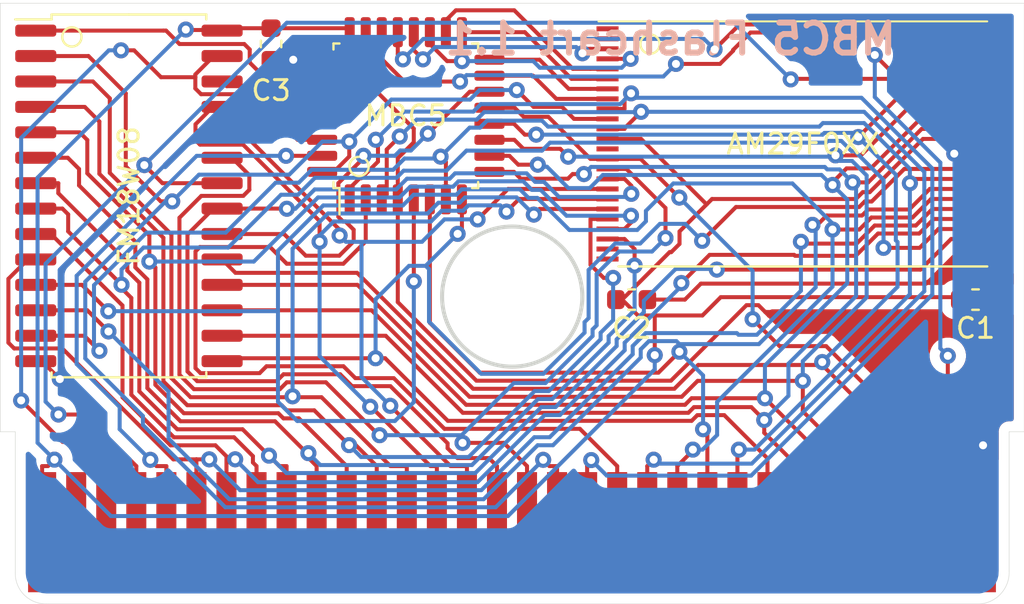
<source format=kicad_pcb>
(kicad_pcb (version 20171130) (host pcbnew "(5.1.6)-1")

  (general
    (thickness 0.8)
    (drawings 16)
    (tracks 1002)
    (zones 0)
    (modules 7)
    (nets 57)
  )

  (page A4)
  (layers
    (0 F.Cu signal)
    (31 B.Cu signal)
    (32 B.Adhes user)
    (33 F.Adhes user)
    (34 B.Paste user)
    (35 F.Paste user)
    (36 B.SilkS user)
    (37 F.SilkS user)
    (38 B.Mask user)
    (39 F.Mask user)
    (40 Dwgs.User user)
    (41 Cmts.User user)
    (42 Eco1.User user)
    (43 Eco2.User user)
    (44 Edge.Cuts user)
    (45 Margin user)
    (46 B.CrtYd user)
    (47 F.CrtYd user)
    (48 B.Fab user)
    (49 F.Fab user)
  )

  (setup
    (last_trace_width 0.2)
    (trace_clearance 0.2)
    (zone_clearance 0.508)
    (zone_45_only yes)
    (trace_min 0.2)
    (via_size 0.8)
    (via_drill 0.4)
    (via_min_size 0.4)
    (via_min_drill 0.3)
    (uvia_size 0.3)
    (uvia_drill 0.1)
    (uvias_allowed no)
    (uvia_min_size 0.2)
    (uvia_min_drill 0.1)
    (edge_width 0.05)
    (segment_width 0.2)
    (pcb_text_width 0.3)
    (pcb_text_size 1.5 1.5)
    (mod_edge_width 0.12)
    (mod_text_size 1 1)
    (mod_text_width 0.15)
    (pad_size 1.524 1.524)
    (pad_drill 0.762)
    (pad_to_mask_clearance 0.0508)
    (solder_mask_min_width 0.25)
    (aux_axis_origin 0 0)
    (visible_elements 7FFFEFFF)
    (pcbplotparams
      (layerselection 0x010fc_ffffffff)
      (usegerberextensions false)
      (usegerberattributes false)
      (usegerberadvancedattributes false)
      (creategerberjobfile false)
      (excludeedgelayer true)
      (linewidth 0.100000)
      (plotframeref false)
      (viasonmask false)
      (mode 1)
      (useauxorigin false)
      (hpglpennumber 1)
      (hpglpenspeed 20)
      (hpglpendiameter 15.000000)
      (psnegative false)
      (psa4output false)
      (plotreference true)
      (plotvalue true)
      (plotinvisibletext false)
      (padsonsilk false)
      (subtractmaskfromsilk false)
      (outputformat 1)
      (mirror false)
      (drillshape 0)
      (scaleselection 1)
      (outputdirectory "gerbers/"))
  )

  (net 0 "")
  (net 1 VCC)
  (net 2 GND)
  (net 3 "Net-(U0-Pad2)")
  (net 4 \RD)
  (net 5 CS)
  (net 6 A0)
  (net 7 A1)
  (net 8 A2)
  (net 9 A3)
  (net 10 A4)
  (net 11 A5)
  (net 12 A6)
  (net 13 A7)
  (net 14 A8)
  (net 15 A9)
  (net 16 A10)
  (net 17 A11)
  (net 18 A12)
  (net 19 A13)
  (net 20 A14)
  (net 21 A15)
  (net 22 \WR)
  (net 23 D0)
  (net 24 D1)
  (net 25 D2)
  (net 26 D3)
  (net 27 D4)
  (net 28 D5)
  (net 29 D6)
  (net 30 D7)
  (net 31 RESET)
  (net 32 AA13)
  (net 33 AA14)
  (net 34 "Net-(U1-Pad27)")
  (net 35 "Net-(U1-Pad26)")
  (net 36 "Net-(U1-Pad25)")
  (net 37 RA21)
  (net 38 RA20)
  (net 39 RA19)
  (net 40 RA18)
  (net 41 RA17)
  (net 42 RA16)
  (net 43 RA15)
  (net 44 RA14)
  (net 45 \RAMCS)
  (net 46 "Net-(U2-Pad42)")
  (net 47 "Net-(U2-Pad13)")
  (net 48 "Net-(U2-Pad1)")
  (net 49 "Net-(U2-Pad25)")
  (net 50 "Net-(U2-Pad2)")
  (net 51 "Net-(U2-Pad23)")
  (net 52 "Net-(U2-Pad24)")
  (net 53 "Net-(U2-Pad26)")
  (net 54 "Net-(U2-Pad47)")
  (net 55 "Net-(U2-Pad48)")
  (net 56 WE_AUDIO)

  (net_class Default "This is the default net class."
    (clearance 0.2)
    (trace_width 0.2)
    (via_dia 0.8)
    (via_drill 0.4)
    (uvia_dia 0.3)
    (uvia_drill 0.1)
    (add_net A0)
    (add_net A1)
    (add_net A10)
    (add_net A11)
    (add_net A12)
    (add_net A13)
    (add_net A14)
    (add_net A15)
    (add_net A2)
    (add_net A3)
    (add_net A4)
    (add_net A5)
    (add_net A6)
    (add_net A7)
    (add_net A8)
    (add_net A9)
    (add_net AA13)
    (add_net AA14)
    (add_net CS)
    (add_net D0)
    (add_net D1)
    (add_net D2)
    (add_net D3)
    (add_net D4)
    (add_net D5)
    (add_net D6)
    (add_net D7)
    (add_net GND)
    (add_net "Net-(U0-Pad2)")
    (add_net "Net-(U1-Pad25)")
    (add_net "Net-(U1-Pad26)")
    (add_net "Net-(U1-Pad27)")
    (add_net "Net-(U2-Pad1)")
    (add_net "Net-(U2-Pad13)")
    (add_net "Net-(U2-Pad2)")
    (add_net "Net-(U2-Pad23)")
    (add_net "Net-(U2-Pad24)")
    (add_net "Net-(U2-Pad25)")
    (add_net "Net-(U2-Pad26)")
    (add_net "Net-(U2-Pad42)")
    (add_net "Net-(U2-Pad47)")
    (add_net "Net-(U2-Pad48)")
    (add_net RA14)
    (add_net RA15)
    (add_net RA16)
    (add_net RA17)
    (add_net RA18)
    (add_net RA19)
    (add_net RA20)
    (add_net RA21)
    (add_net RESET)
    (add_net VCC)
    (add_net WE_AUDIO)
    (add_net \RAMCS)
    (add_net \RD)
    (add_net \WR)
  )

  (module Package_SO:SOIC-28W_7.5x17.9mm_P1.27mm (layer F.Cu) (tedit 5C97300E) (tstamp 5EA63C48)
    (at 106.55 131.619)
    (descr "SOIC, 28 Pin (JEDEC MS-013AE, https://www.analog.com/media/en/package-pcb-resources/package/35833120341221rw_28.pdf), generated with kicad-footprint-generator ipc_gullwing_generator.py")
    (tags "SOIC SO")
    (path /5EA5FA34)
    (attr smd)
    (fp_text reference FM18W08 (at 0 0 270) (layer F.SilkS)
      (effects (font (size 1 1) (thickness 0.15)))
    )
    (fp_text value FM18W08 (at 0 9.9) (layer F.Fab)
      (effects (font (size 1 1) (thickness 0.15)))
    )
    (fp_line (start 5.93 -9.2) (end -5.93 -9.2) (layer F.CrtYd) (width 0.05))
    (fp_line (start 5.93 9.2) (end 5.93 -9.2) (layer F.CrtYd) (width 0.05))
    (fp_line (start -5.93 9.2) (end 5.93 9.2) (layer F.CrtYd) (width 0.05))
    (fp_line (start -5.93 -9.2) (end -5.93 9.2) (layer F.CrtYd) (width 0.05))
    (fp_line (start -3.75 -7.95) (end -2.75 -8.95) (layer F.Fab) (width 0.1))
    (fp_line (start -3.75 8.95) (end -3.75 -7.95) (layer F.Fab) (width 0.1))
    (fp_line (start 3.75 8.95) (end -3.75 8.95) (layer F.Fab) (width 0.1))
    (fp_line (start 3.75 -8.95) (end 3.75 8.95) (layer F.Fab) (width 0.1))
    (fp_line (start -2.75 -8.95) (end 3.75 -8.95) (layer F.Fab) (width 0.1))
    (fp_line (start -3.86 -8.815) (end -5.675 -8.815) (layer F.SilkS) (width 0.12))
    (fp_line (start -3.86 -9.06) (end -3.86 -8.815) (layer F.SilkS) (width 0.12))
    (fp_line (start 0 -9.06) (end -3.86 -9.06) (layer F.SilkS) (width 0.12))
    (fp_line (start 3.86 -9.06) (end 3.86 -8.815) (layer F.SilkS) (width 0.12))
    (fp_line (start 0 -9.06) (end 3.86 -9.06) (layer F.SilkS) (width 0.12))
    (fp_line (start -3.86 9.06) (end -3.86 8.815) (layer F.SilkS) (width 0.12))
    (fp_line (start 0 9.06) (end -3.86 9.06) (layer F.SilkS) (width 0.12))
    (fp_line (start 3.86 9.06) (end 3.86 8.815) (layer F.SilkS) (width 0.12))
    (fp_line (start 0 9.06) (end 3.86 9.06) (layer F.SilkS) (width 0.12))
    (fp_text user %R (at 0 0) (layer F.Fab)
      (effects (font (size 1 1) (thickness 0.15)))
    )
    (pad 28 smd roundrect (at 4.65 -8.255) (size 2.05 0.6) (layers F.Cu F.Paste F.Mask) (roundrect_rratio 0.25)
      (net 1 VCC))
    (pad 27 smd roundrect (at 4.65 -6.985) (size 2.05 0.6) (layers F.Cu F.Paste F.Mask) (roundrect_rratio 0.25)
      (net 22 \WR))
    (pad 26 smd roundrect (at 4.65 -5.715) (size 2.05 0.6) (layers F.Cu F.Paste F.Mask) (roundrect_rratio 0.25)
      (net 32 AA13))
    (pad 25 smd roundrect (at 4.65 -4.445) (size 2.05 0.6) (layers F.Cu F.Paste F.Mask) (roundrect_rratio 0.25)
      (net 14 A8))
    (pad 24 smd roundrect (at 4.65 -3.175) (size 2.05 0.6) (layers F.Cu F.Paste F.Mask) (roundrect_rratio 0.25)
      (net 15 A9))
    (pad 23 smd roundrect (at 4.65 -1.905) (size 2.05 0.6) (layers F.Cu F.Paste F.Mask) (roundrect_rratio 0.25)
      (net 17 A11))
    (pad 22 smd roundrect (at 4.65 -0.635) (size 2.05 0.6) (layers F.Cu F.Paste F.Mask) (roundrect_rratio 0.25)
      (net 4 \RD))
    (pad 21 smd roundrect (at 4.65 0.635) (size 2.05 0.6) (layers F.Cu F.Paste F.Mask) (roundrect_rratio 0.25)
      (net 16 A10))
    (pad 20 smd roundrect (at 4.65 1.905) (size 2.05 0.6) (layers F.Cu F.Paste F.Mask) (roundrect_rratio 0.25)
      (net 45 \RAMCS))
    (pad 19 smd roundrect (at 4.65 3.175) (size 2.05 0.6) (layers F.Cu F.Paste F.Mask) (roundrect_rratio 0.25)
      (net 30 D7))
    (pad 18 smd roundrect (at 4.65 4.445) (size 2.05 0.6) (layers F.Cu F.Paste F.Mask) (roundrect_rratio 0.25)
      (net 29 D6))
    (pad 17 smd roundrect (at 4.65 5.715) (size 2.05 0.6) (layers F.Cu F.Paste F.Mask) (roundrect_rratio 0.25)
      (net 28 D5))
    (pad 16 smd roundrect (at 4.65 6.985) (size 2.05 0.6) (layers F.Cu F.Paste F.Mask) (roundrect_rratio 0.25)
      (net 27 D4))
    (pad 15 smd roundrect (at 4.65 8.255) (size 2.05 0.6) (layers F.Cu F.Paste F.Mask) (roundrect_rratio 0.25)
      (net 26 D3))
    (pad 14 smd roundrect (at -4.65 8.255) (size 2.05 0.6) (layers F.Cu F.Paste F.Mask) (roundrect_rratio 0.25)
      (net 2 GND))
    (pad 13 smd roundrect (at -4.65 6.985) (size 2.05 0.6) (layers F.Cu F.Paste F.Mask) (roundrect_rratio 0.25)
      (net 25 D2))
    (pad 12 smd roundrect (at -4.65 5.715) (size 2.05 0.6) (layers F.Cu F.Paste F.Mask) (roundrect_rratio 0.25)
      (net 24 D1))
    (pad 11 smd roundrect (at -4.65 4.445) (size 2.05 0.6) (layers F.Cu F.Paste F.Mask) (roundrect_rratio 0.25)
      (net 23 D0))
    (pad 10 smd roundrect (at -4.65 3.175) (size 2.05 0.6) (layers F.Cu F.Paste F.Mask) (roundrect_rratio 0.25)
      (net 6 A0))
    (pad 9 smd roundrect (at -4.65 1.905) (size 2.05 0.6) (layers F.Cu F.Paste F.Mask) (roundrect_rratio 0.25)
      (net 7 A1))
    (pad 8 smd roundrect (at -4.65 0.635) (size 2.05 0.6) (layers F.Cu F.Paste F.Mask) (roundrect_rratio 0.25)
      (net 8 A2))
    (pad 7 smd roundrect (at -4.65 -0.635) (size 2.05 0.6) (layers F.Cu F.Paste F.Mask) (roundrect_rratio 0.25)
      (net 9 A3))
    (pad 6 smd roundrect (at -4.65 -1.905) (size 2.05 0.6) (layers F.Cu F.Paste F.Mask) (roundrect_rratio 0.25)
      (net 10 A4))
    (pad 5 smd roundrect (at -4.65 -3.175) (size 2.05 0.6) (layers F.Cu F.Paste F.Mask) (roundrect_rratio 0.25)
      (net 11 A5))
    (pad 4 smd roundrect (at -4.65 -4.445) (size 2.05 0.6) (layers F.Cu F.Paste F.Mask) (roundrect_rratio 0.25)
      (net 12 A6))
    (pad 3 smd roundrect (at -4.65 -5.715) (size 2.05 0.6) (layers F.Cu F.Paste F.Mask) (roundrect_rratio 0.25)
      (net 13 A7))
    (pad 2 smd roundrect (at -4.65 -6.985) (size 2.05 0.6) (layers F.Cu F.Paste F.Mask) (roundrect_rratio 0.25)
      (net 18 A12))
    (pad 1 smd roundrect (at -4.65 -8.255) (size 2.05 0.6) (layers F.Cu F.Paste F.Mask) (roundrect_rratio 0.25)
      (net 33 AA14))
    (model ${KISYS3DMOD}/Package_SO.3dshapes/SOIC-28W_7.5x17.9mm_P1.27mm.wrl
      (at (xyz 0 0 0))
      (scale (xyz 1 1 1))
      (rotate (xyz 0 0 0))
    )
  )

  (module Package_QFP:LQFP-32_7x7mm_P0.8mm (layer F.Cu) (tedit 5C1823C9) (tstamp 5EA63BD5)
    (at 120.368 127.617 90)
    (descr "LQFP, 32 Pin (https://www.nxp.com/docs/en/package-information/SOT358-1.pdf), generated with kicad-footprint-generator ipc_gullwing_generator.py")
    (tags "LQFP QFP")
    (path /5EA5D9EC)
    (attr smd)
    (fp_text reference MBC5 (at 0 0 180) (layer F.SilkS)
      (effects (font (size 1 1) (thickness 0.15)))
    )
    (fp_text value MBC5 (at 0 5.88 90) (layer F.Fab)
      (effects (font (size 1 1) (thickness 0.15)))
    )
    (fp_line (start 5.18 3.3) (end 5.18 0) (layer F.CrtYd) (width 0.05))
    (fp_line (start 3.75 3.3) (end 5.18 3.3) (layer F.CrtYd) (width 0.05))
    (fp_line (start 3.75 3.75) (end 3.75 3.3) (layer F.CrtYd) (width 0.05))
    (fp_line (start 3.3 3.75) (end 3.75 3.75) (layer F.CrtYd) (width 0.05))
    (fp_line (start 3.3 5.18) (end 3.3 3.75) (layer F.CrtYd) (width 0.05))
    (fp_line (start 0 5.18) (end 3.3 5.18) (layer F.CrtYd) (width 0.05))
    (fp_line (start -5.18 3.3) (end -5.18 0) (layer F.CrtYd) (width 0.05))
    (fp_line (start -3.75 3.3) (end -5.18 3.3) (layer F.CrtYd) (width 0.05))
    (fp_line (start -3.75 3.75) (end -3.75 3.3) (layer F.CrtYd) (width 0.05))
    (fp_line (start -3.3 3.75) (end -3.75 3.75) (layer F.CrtYd) (width 0.05))
    (fp_line (start -3.3 5.18) (end -3.3 3.75) (layer F.CrtYd) (width 0.05))
    (fp_line (start 0 5.18) (end -3.3 5.18) (layer F.CrtYd) (width 0.05))
    (fp_line (start 5.18 -3.3) (end 5.18 0) (layer F.CrtYd) (width 0.05))
    (fp_line (start 3.75 -3.3) (end 5.18 -3.3) (layer F.CrtYd) (width 0.05))
    (fp_line (start 3.75 -3.75) (end 3.75 -3.3) (layer F.CrtYd) (width 0.05))
    (fp_line (start 3.3 -3.75) (end 3.75 -3.75) (layer F.CrtYd) (width 0.05))
    (fp_line (start 3.3 -5.18) (end 3.3 -3.75) (layer F.CrtYd) (width 0.05))
    (fp_line (start 0 -5.18) (end 3.3 -5.18) (layer F.CrtYd) (width 0.05))
    (fp_line (start -5.18 -3.3) (end -5.18 0) (layer F.CrtYd) (width 0.05))
    (fp_line (start -3.75 -3.3) (end -5.18 -3.3) (layer F.CrtYd) (width 0.05))
    (fp_line (start -3.75 -3.75) (end -3.75 -3.3) (layer F.CrtYd) (width 0.05))
    (fp_line (start -3.3 -3.75) (end -3.75 -3.75) (layer F.CrtYd) (width 0.05))
    (fp_line (start -3.3 -5.18) (end -3.3 -3.75) (layer F.CrtYd) (width 0.05))
    (fp_line (start 0 -5.18) (end -3.3 -5.18) (layer F.CrtYd) (width 0.05))
    (fp_line (start -3.5 -2.5) (end -2.5 -3.5) (layer F.Fab) (width 0.1))
    (fp_line (start -3.5 3.5) (end -3.5 -2.5) (layer F.Fab) (width 0.1))
    (fp_line (start 3.5 3.5) (end -3.5 3.5) (layer F.Fab) (width 0.1))
    (fp_line (start 3.5 -3.5) (end 3.5 3.5) (layer F.Fab) (width 0.1))
    (fp_line (start -2.5 -3.5) (end 3.5 -3.5) (layer F.Fab) (width 0.1))
    (fp_line (start -3.61 -3.31) (end -4.925 -3.31) (layer F.SilkS) (width 0.12))
    (fp_line (start -3.61 -3.61) (end -3.61 -3.31) (layer F.SilkS) (width 0.12))
    (fp_line (start -3.31 -3.61) (end -3.61 -3.61) (layer F.SilkS) (width 0.12))
    (fp_line (start 3.61 -3.61) (end 3.61 -3.31) (layer F.SilkS) (width 0.12))
    (fp_line (start 3.31 -3.61) (end 3.61 -3.61) (layer F.SilkS) (width 0.12))
    (fp_line (start -3.61 3.61) (end -3.61 3.31) (layer F.SilkS) (width 0.12))
    (fp_line (start -3.31 3.61) (end -3.61 3.61) (layer F.SilkS) (width 0.12))
    (fp_line (start 3.61 3.61) (end 3.61 3.31) (layer F.SilkS) (width 0.12))
    (fp_line (start 3.31 3.61) (end 3.61 3.61) (layer F.SilkS) (width 0.12))
    (fp_text user %R (at 0 0 90) (layer F.Fab)
      (effects (font (size 1 1) (thickness 0.15)))
    )
    (pad 32 smd roundrect (at -2.8 -4.175 90) (size 0.5 1.5) (layers F.Cu F.Paste F.Mask) (roundrect_rratio 0.25)
      (net 18 A12))
    (pad 31 smd roundrect (at -2 -4.175 90) (size 0.5 1.5) (layers F.Cu F.Paste F.Mask) (roundrect_rratio 0.25)
      (net 5 CS))
    (pad 30 smd roundrect (at -1.2 -4.175 90) (size 0.5 1.5) (layers F.Cu F.Paste F.Mask) (roundrect_rratio 0.25)
      (net 22 \WR))
    (pad 29 smd roundrect (at -0.4 -4.175 90) (size 0.5 1.5) (layers F.Cu F.Paste F.Mask) (roundrect_rratio 0.25)
      (net 32 AA13))
    (pad 28 smd roundrect (at 0.4 -4.175 90) (size 0.5 1.5) (layers F.Cu F.Paste F.Mask) (roundrect_rratio 0.25)
      (net 33 AA14))
    (pad 27 smd roundrect (at 1.2 -4.175 90) (size 0.5 1.5) (layers F.Cu F.Paste F.Mask) (roundrect_rratio 0.25)
      (net 34 "Net-(U1-Pad27)"))
    (pad 26 smd roundrect (at 2 -4.175 90) (size 0.5 1.5) (layers F.Cu F.Paste F.Mask) (roundrect_rratio 0.25)
      (net 35 "Net-(U1-Pad26)"))
    (pad 25 smd roundrect (at 2.8 -4.175 90) (size 0.5 1.5) (layers F.Cu F.Paste F.Mask) (roundrect_rratio 0.25)
      (net 36 "Net-(U1-Pad25)"))
    (pad 24 smd roundrect (at 4.175 -2.8 90) (size 1.5 0.5) (layers F.Cu F.Paste F.Mask) (roundrect_rratio 0.25)
      (net 1 VCC))
    (pad 23 smd roundrect (at 4.175 -2 90) (size 1.5 0.5) (layers F.Cu F.Paste F.Mask) (roundrect_rratio 0.25)
      (net 2 GND))
    (pad 22 smd roundrect (at 4.175 -1.2 90) (size 1.5 0.5) (layers F.Cu F.Paste F.Mask) (roundrect_rratio 0.25)
      (net 37 RA21))
    (pad 21 smd roundrect (at 4.175 -0.4 90) (size 1.5 0.5) (layers F.Cu F.Paste F.Mask) (roundrect_rratio 0.25)
      (net 38 RA20))
    (pad 20 smd roundrect (at 4.175 0.4 90) (size 1.5 0.5) (layers F.Cu F.Paste F.Mask) (roundrect_rratio 0.25)
      (net 39 RA19))
    (pad 19 smd roundrect (at 4.175 1.2 90) (size 1.5 0.5) (layers F.Cu F.Paste F.Mask) (roundrect_rratio 0.25)
      (net 40 RA18))
    (pad 18 smd roundrect (at 4.175 2 90) (size 1.5 0.5) (layers F.Cu F.Paste F.Mask) (roundrect_rratio 0.25)
      (net 41 RA17))
    (pad 17 smd roundrect (at 4.175 2.8 90) (size 1.5 0.5) (layers F.Cu F.Paste F.Mask) (roundrect_rratio 0.25)
      (net 42 RA16))
    (pad 16 smd roundrect (at 2.8 4.175 90) (size 0.5 1.5) (layers F.Cu F.Paste F.Mask) (roundrect_rratio 0.25)
      (net 43 RA15))
    (pad 15 smd roundrect (at 2 4.175 90) (size 0.5 1.5) (layers F.Cu F.Paste F.Mask) (roundrect_rratio 0.25)
      (net 44 RA14))
    (pad 14 smd roundrect (at 1.2 4.175 90) (size 0.5 1.5) (layers F.Cu F.Paste F.Mask) (roundrect_rratio 0.25)
      (net 45 \RAMCS))
    (pad 13 smd roundrect (at 0.4 4.175 90) (size 0.5 1.5) (layers F.Cu F.Paste F.Mask) (roundrect_rratio 0.25)
      (net 31 RESET))
    (pad 12 smd roundrect (at -0.4 4.175 90) (size 0.5 1.5) (layers F.Cu F.Paste F.Mask) (roundrect_rratio 0.25)
      (net 30 D7))
    (pad 11 smd roundrect (at -1.2 4.175 90) (size 0.5 1.5) (layers F.Cu F.Paste F.Mask) (roundrect_rratio 0.25)
      (net 29 D6))
    (pad 10 smd roundrect (at -2 4.175 90) (size 0.5 1.5) (layers F.Cu F.Paste F.Mask) (roundrect_rratio 0.25)
      (net 28 D5))
    (pad 9 smd roundrect (at -2.8 4.175 90) (size 0.5 1.5) (layers F.Cu F.Paste F.Mask) (roundrect_rratio 0.25)
      (net 27 D4))
    (pad 8 smd roundrect (at -4.175 2.8 90) (size 1.5 0.5) (layers F.Cu F.Paste F.Mask) (roundrect_rratio 0.25)
      (net 26 D3))
    (pad 7 smd roundrect (at -4.175 2 90) (size 1.5 0.5) (layers F.Cu F.Paste F.Mask) (roundrect_rratio 0.25)
      (net 25 D2))
    (pad 6 smd roundrect (at -4.175 1.2 90) (size 1.5 0.5) (layers F.Cu F.Paste F.Mask) (roundrect_rratio 0.25)
      (net 24 D1))
    (pad 5 smd roundrect (at -4.175 0.4 90) (size 1.5 0.5) (layers F.Cu F.Paste F.Mask) (roundrect_rratio 0.25)
      (net 23 D0))
    (pad 4 smd roundrect (at -4.175 -0.4 90) (size 1.5 0.5) (layers F.Cu F.Paste F.Mask) (roundrect_rratio 0.25)
      (net 2 GND))
    (pad 3 smd roundrect (at -4.175 -1.2 90) (size 1.5 0.5) (layers F.Cu F.Paste F.Mask) (roundrect_rratio 0.25)
      (net 21 A15))
    (pad 2 smd roundrect (at -4.175 -2 90) (size 1.5 0.5) (layers F.Cu F.Paste F.Mask) (roundrect_rratio 0.25)
      (net 20 A14))
    (pad 1 smd roundrect (at -4.175 -2.8 90) (size 1.5 0.5) (layers F.Cu F.Paste F.Mask) (roundrect_rratio 0.25)
      (net 19 A13))
    (model ${KISYS3DMOD}/Package_QFP.3dshapes/LQFP-32_7x7mm_P0.8mm.wrl
      (at (xyz 0 0 0))
      (scale (xyz 1 1 1))
      (rotate (xyz 0 0 0))
    )
  )

  (module Custom:GBBus (layer F.Cu) (tedit 5BCB465C) (tstamp 5EA63B8A)
    (at 101.518 145.416)
    (descr "Connector Pads for Gameboy Cartridges")
    (path /5EA5F4A1)
    (fp_text reference U0 (at 23.12 -2.565) (layer F.SilkS) hide
      (effects (font (size 1.27 1.27) (thickness 0.15)))
    )
    (fp_text value CartBus (at 24.49 -7.525) (layer F.SilkS) hide
      (effects (font (size 1.27 1.27) (thickness 0.15)))
    )
    (pad 1 smd rect (at 0.7 3 180) (size 1.4 6) (layers F.Cu F.Paste F.Mask)
      (net 1 VCC) (solder_mask_margin 0.0508))
    (pad 2 smd rect (at 2.4 3) (size 1 6) (layers F.Cu F.Paste F.Mask)
      (net 3 "Net-(U0-Pad2)") (solder_mask_margin 0.0508))
    (pad 4 smd rect (at 5.4 3 180) (size 1 6) (layers F.Cu F.Paste F.Mask)
      (net 4 \RD) (solder_mask_margin 0.0508))
    (pad 5 smd rect (at 6.9 3) (size 1 6) (layers F.Cu F.Paste F.Mask)
      (net 5 CS) (solder_mask_margin 0.0508))
    (pad 6 smd rect (at 8.4 3) (size 1 6) (layers F.Cu F.Paste F.Mask)
      (net 6 A0) (solder_mask_margin 0.0508))
    (pad 7 smd rect (at 9.9 3) (size 1 6) (layers F.Cu F.Paste F.Mask)
      (net 7 A1) (solder_mask_margin 0.0508))
    (pad 8 smd rect (at 11.4 3) (size 1 6) (layers F.Cu F.Paste F.Mask)
      (net 8 A2) (solder_mask_margin 0.0508))
    (pad 9 smd rect (at 12.9 3) (size 1 6) (layers F.Cu F.Paste F.Mask)
      (net 9 A3) (solder_mask_margin 0.0508))
    (pad 10 smd rect (at 14.4 3) (size 1 6) (layers F.Cu F.Paste F.Mask)
      (net 10 A4) (solder_mask_margin 0.0508))
    (pad 11 smd rect (at 15.9 3) (size 1 6) (layers F.Cu F.Paste F.Mask)
      (net 11 A5) (solder_mask_margin 0.0508))
    (pad 12 smd rect (at 17.4 3) (size 1 6) (layers F.Cu F.Paste F.Mask)
      (net 12 A6) (solder_mask_margin 0.0508))
    (pad 13 smd rect (at 18.9 3) (size 1 6) (layers F.Cu F.Paste F.Mask)
      (net 13 A7) (solder_mask_margin 0.0508))
    (pad 14 smd rect (at 20.4 3) (size 1 6) (layers F.Cu F.Paste F.Mask)
      (net 14 A8) (solder_mask_margin 0.0508))
    (pad 15 smd rect (at 21.9 3) (size 1 6) (layers F.Cu F.Paste F.Mask)
      (net 15 A9) (solder_mask_margin 0.0508))
    (pad 16 smd rect (at 23.4 3) (size 1 6) (layers F.Cu F.Paste F.Mask)
      (net 16 A10) (solder_mask_margin 0.0508))
    (pad 17 smd rect (at 24.9 3) (size 1 6) (layers F.Cu F.Paste F.Mask)
      (net 17 A11) (solder_mask_margin 0.0508))
    (pad 18 smd rect (at 26.4 3) (size 1 6) (layers F.Cu F.Paste F.Mask)
      (net 18 A12) (solder_mask_margin 0.0508))
    (pad 19 smd rect (at 27.9 3) (size 1 6) (layers F.Cu F.Paste F.Mask)
      (net 19 A13) (solder_mask_margin 0.0508))
    (pad 20 smd rect (at 29.4 3) (size 1 6) (layers F.Cu F.Paste F.Mask)
      (net 20 A14) (solder_mask_margin 0.0508))
    (pad 21 smd rect (at 30.9 3) (size 1 6) (layers F.Cu F.Paste F.Mask)
      (net 21 A15) (solder_mask_margin 0.0508))
    (pad 3 smd rect (at 3.9 3 180) (size 1 6) (layers F.Cu F.Paste F.Mask)
      (net 22 \WR) (solder_mask_margin 0.0508))
    (pad 22 smd rect (at 32.4 3) (size 1 6) (layers F.Cu F.Paste F.Mask)
      (net 23 D0) (solder_mask_margin 0.0508))
    (pad 23 smd rect (at 33.9 3) (size 1 6) (layers F.Cu F.Paste F.Mask)
      (net 24 D1) (solder_mask_margin 0.0508))
    (pad 24 smd rect (at 35.4 3) (size 1 6) (layers F.Cu F.Paste F.Mask)
      (net 25 D2) (solder_mask_margin 0.0508))
    (pad 25 smd rect (at 36.9 3) (size 1 6) (layers F.Cu F.Paste F.Mask)
      (net 26 D3) (solder_mask_margin 0.0508))
    (pad 26 smd rect (at 38.4 3) (size 1 6) (layers F.Cu F.Paste F.Mask)
      (net 27 D4) (solder_mask_margin 0.0508))
    (pad 27 smd rect (at 39.9 3) (size 1 6) (layers F.Cu F.Paste F.Mask)
      (net 28 D5) (solder_mask_margin 0.0508))
    (pad 28 smd rect (at 41.4 3) (size 1 6) (layers F.Cu F.Paste F.Mask)
      (net 29 D6) (solder_mask_margin 0.0508))
    (pad 29 smd rect (at 42.9 3) (size 1 6) (layers F.Cu F.Paste F.Mask)
      (net 30 D7) (solder_mask_margin 0.0508))
    (pad 30 smd rect (at 44.4 3) (size 1 6) (layers F.Cu F.Paste F.Mask)
      (net 31 RESET) (solder_mask_margin 0.0508))
    (pad 31 smd rect (at 45.9 3) (size 1 6) (layers F.Cu F.Paste F.Mask)
      (net 56 WE_AUDIO) (solder_mask_margin 0.0508))
    (pad 32 smd rect (at 47.6 3 180) (size 1.4 6) (layers F.Cu F.Paste F.Mask)
      (net 2 GND) (solder_mask_margin 0.0508))
  )

  (module Capacitor_SMD:C_0603_1608Metric (layer F.Cu) (tedit 5B301BBE) (tstamp 5EA63B55)
    (at 113.645 124.031 90)
    (descr "Capacitor SMD 0603 (1608 Metric), square (rectangular) end terminal, IPC_7351 nominal, (Body size source: http://www.tortai-tech.com/upload/download/2011102023233369053.pdf), generated with kicad-footprint-generator")
    (tags capacitor)
    (path /5EA8BF0A)
    (attr smd)
    (fp_text reference C3 (at -2.3241 0 180) (layer F.SilkS)
      (effects (font (size 1 1) (thickness 0.15)))
    )
    (fp_text value 0.1uF (at 0 1.43 90) (layer F.Fab)
      (effects (font (size 1 1) (thickness 0.15)))
    )
    (fp_line (start 1.48 0.73) (end -1.48 0.73) (layer F.CrtYd) (width 0.05))
    (fp_line (start 1.48 -0.73) (end 1.48 0.73) (layer F.CrtYd) (width 0.05))
    (fp_line (start -1.48 -0.73) (end 1.48 -0.73) (layer F.CrtYd) (width 0.05))
    (fp_line (start -1.48 0.73) (end -1.48 -0.73) (layer F.CrtYd) (width 0.05))
    (fp_line (start -0.162779 0.51) (end 0.162779 0.51) (layer F.SilkS) (width 0.12))
    (fp_line (start -0.162779 -0.51) (end 0.162779 -0.51) (layer F.SilkS) (width 0.12))
    (fp_line (start 0.8 0.4) (end -0.8 0.4) (layer F.Fab) (width 0.1))
    (fp_line (start 0.8 -0.4) (end 0.8 0.4) (layer F.Fab) (width 0.1))
    (fp_line (start -0.8 -0.4) (end 0.8 -0.4) (layer F.Fab) (width 0.1))
    (fp_line (start -0.8 0.4) (end -0.8 -0.4) (layer F.Fab) (width 0.1))
    (fp_text user %R (at 0 0 90) (layer F.Fab)
      (effects (font (size 0.4 0.4) (thickness 0.06)))
    )
    (pad 2 smd roundrect (at 0.7875 0 90) (size 0.875 0.95) (layers F.Cu F.Paste F.Mask) (roundrect_rratio 0.25)
      (net 1 VCC))
    (pad 1 smd roundrect (at -0.7875 0 90) (size 0.875 0.95) (layers F.Cu F.Paste F.Mask) (roundrect_rratio 0.25)
      (net 2 GND))
    (model ${KISYS3DMOD}/Capacitor_SMD.3dshapes/C_0603_1608Metric.wrl
      (at (xyz 0 0 0))
      (scale (xyz 1 1 1))
      (rotate (xyz 0 0 0))
    )
  )

  (module Capacitor_SMD:C_0603_1608Metric (layer F.Cu) (tedit 5B301BBE) (tstamp 5EA63B44)
    (at 131.638 136.799 180)
    (descr "Capacitor SMD 0603 (1608 Metric), square (rectangular) end terminal, IPC_7351 nominal, (Body size source: http://www.tortai-tech.com/upload/download/2011102023233369053.pdf), generated with kicad-footprint-generator")
    (tags capacitor)
    (path /5EA8A172)
    (attr smd)
    (fp_text reference C2 (at 0 -1.43) (layer F.SilkS)
      (effects (font (size 1 1) (thickness 0.15)))
    )
    (fp_text value 0.1uF (at 0 1.43) (layer F.Fab)
      (effects (font (size 1 1) (thickness 0.15)))
    )
    (fp_line (start -0.8 0.4) (end -0.8 -0.4) (layer F.Fab) (width 0.1))
    (fp_line (start -0.8 -0.4) (end 0.8 -0.4) (layer F.Fab) (width 0.1))
    (fp_line (start 0.8 -0.4) (end 0.8 0.4) (layer F.Fab) (width 0.1))
    (fp_line (start 0.8 0.4) (end -0.8 0.4) (layer F.Fab) (width 0.1))
    (fp_line (start -0.162779 -0.51) (end 0.162779 -0.51) (layer F.SilkS) (width 0.12))
    (fp_line (start -0.162779 0.51) (end 0.162779 0.51) (layer F.SilkS) (width 0.12))
    (fp_line (start -1.48 0.73) (end -1.48 -0.73) (layer F.CrtYd) (width 0.05))
    (fp_line (start -1.48 -0.73) (end 1.48 -0.73) (layer F.CrtYd) (width 0.05))
    (fp_line (start 1.48 -0.73) (end 1.48 0.73) (layer F.CrtYd) (width 0.05))
    (fp_line (start 1.48 0.73) (end -1.48 0.73) (layer F.CrtYd) (width 0.05))
    (fp_text user %R (at 0 0) (layer F.Fab)
      (effects (font (size 0.4 0.4) (thickness 0.06)))
    )
    (pad 1 smd roundrect (at -0.7875 0 180) (size 0.875 0.95) (layers F.Cu F.Paste F.Mask) (roundrect_rratio 0.25)
      (net 2 GND))
    (pad 2 smd roundrect (at 0.7875 0 180) (size 0.875 0.95) (layers F.Cu F.Paste F.Mask) (roundrect_rratio 0.25)
      (net 1 VCC))
    (model ${KISYS3DMOD}/Capacitor_SMD.3dshapes/C_0603_1608Metric.wrl
      (at (xyz 0 0 0))
      (scale (xyz 1 1 1))
      (rotate (xyz 0 0 0))
    )
  )

  (module Capacitor_SMD:C_0603_1608Metric (layer F.Cu) (tedit 5B301BBE) (tstamp 5EA63B33)
    (at 148.801 136.799 180)
    (descr "Capacitor SMD 0603 (1608 Metric), square (rectangular) end terminal, IPC_7351 nominal, (Body size source: http://www.tortai-tech.com/upload/download/2011102023233369053.pdf), generated with kicad-footprint-generator")
    (tags capacitor)
    (path /5EA841D9)
    (attr smd)
    (fp_text reference C1 (at 0 -1.43) (layer F.SilkS)
      (effects (font (size 1 1) (thickness 0.15)))
    )
    (fp_text value 0.1uF (at 0 1.43) (layer F.Fab)
      (effects (font (size 1 1) (thickness 0.15)))
    )
    (fp_line (start 1.48 0.73) (end -1.48 0.73) (layer F.CrtYd) (width 0.05))
    (fp_line (start 1.48 -0.73) (end 1.48 0.73) (layer F.CrtYd) (width 0.05))
    (fp_line (start -1.48 -0.73) (end 1.48 -0.73) (layer F.CrtYd) (width 0.05))
    (fp_line (start -1.48 0.73) (end -1.48 -0.73) (layer F.CrtYd) (width 0.05))
    (fp_line (start -0.162779 0.51) (end 0.162779 0.51) (layer F.SilkS) (width 0.12))
    (fp_line (start -0.162779 -0.51) (end 0.162779 -0.51) (layer F.SilkS) (width 0.12))
    (fp_line (start 0.8 0.4) (end -0.8 0.4) (layer F.Fab) (width 0.1))
    (fp_line (start 0.8 -0.4) (end 0.8 0.4) (layer F.Fab) (width 0.1))
    (fp_line (start -0.8 -0.4) (end 0.8 -0.4) (layer F.Fab) (width 0.1))
    (fp_line (start -0.8 0.4) (end -0.8 -0.4) (layer F.Fab) (width 0.1))
    (fp_text user %R (at 0 0) (layer F.Fab)
      (effects (font (size 0.4 0.4) (thickness 0.06)))
    )
    (pad 2 smd roundrect (at 0.7875 0 180) (size 0.875 0.95) (layers F.Cu F.Paste F.Mask) (roundrect_rratio 0.25)
      (net 1 VCC))
    (pad 1 smd roundrect (at -0.7875 0 180) (size 0.875 0.95) (layers F.Cu F.Paste F.Mask) (roundrect_rratio 0.25)
      (net 2 GND))
    (model ${KISYS3DMOD}/Capacitor_SMD.3dshapes/C_0603_1608Metric.wrl
      (at (xyz 0 0 0))
      (scale (xyz 1 1 1))
      (rotate (xyz 0 0 0))
    )
  )

  (module Package_SO:TSOP-I-48_18.4x12mm_P0.5mm (layer F.Cu) (tedit 5A02F25C) (tstamp 5F405C60)
    (at 140.185 129.023)
    (descr "TSOP I, 32 pins, 18.4x8mm body (https://www.micron.com/~/media/documents/products/technical-note/nor-flash/tn1225_land_pad_design.pdf)")
    (tags "TSOP I 32")
    (path /5EA5EA18)
    (attr smd)
    (fp_text reference AM29F0XX (at 0 0) (layer F.SilkS)
      (effects (font (size 1 1) (thickness 0.15)))
    )
    (fp_text value AM29F016 (at 0 7) (layer F.Fab)
      (effects (font (size 1 1) (thickness 0.15)))
    )
    (fp_line (start -10.55 6.25) (end -10.55 -6.25) (layer F.CrtYd) (width 0.05))
    (fp_line (start 10.55 6.25) (end -10.55 6.25) (layer F.CrtYd) (width 0.05))
    (fp_line (start 10.55 -6.25) (end 10.55 6.25) (layer F.CrtYd) (width 0.05))
    (fp_line (start -10.55 -6.25) (end 10.55 -6.25) (layer F.CrtYd) (width 0.05))
    (fp_line (start -9.2 6.12) (end 9.2 6.12) (layer F.SilkS) (width 0.12))
    (fp_line (start 9.2 -6.12) (end -10.2 -6.12) (layer F.SilkS) (width 0.1))
    (fp_line (start -8.2 -6) (end -9.2 -5) (layer F.Fab) (width 0.1))
    (fp_line (start 9.2 -6) (end 9.2 6) (layer F.Fab) (width 0.1))
    (fp_line (start 9.2 6) (end -9.2 6) (layer F.Fab) (width 0.1))
    (fp_line (start -9.2 6) (end -9.2 -5) (layer F.Fab) (width 0.1))
    (fp_line (start -8.2 -6) (end 9.2 -6) (layer F.Fab) (width 0.1))
    (fp_text user %R (at 0 0) (layer F.Fab)
      (effects (font (size 1 1) (thickness 0.15)))
    )
    (pad 1 smd rect (at -9.75 -5.75) (size 1.1 0.25) (layers F.Cu F.Paste F.Mask)
      (net 48 "Net-(U2-Pad1)"))
    (pad 25 smd rect (at 9.75 5.75) (size 1.1 0.25) (layers F.Cu F.Paste F.Mask)
      (net 49 "Net-(U2-Pad25)"))
    (pad 2 smd rect (at -9.75 -5.25) (size 1.1 0.25) (layers F.Cu F.Paste F.Mask)
      (net 50 "Net-(U2-Pad2)"))
    (pad 3 smd rect (at -9.75 -4.75) (size 1.1 0.25) (layers F.Cu F.Paste F.Mask)
      (net 39 RA19))
    (pad 4 smd rect (at -9.75 -4.25) (size 1.1 0.25) (layers F.Cu F.Paste F.Mask)
      (net 40 RA18))
    (pad 5 smd rect (at -9.75 -3.75) (size 1.1 0.25) (layers F.Cu F.Paste F.Mask)
      (net 41 RA17))
    (pad 6 smd rect (at -9.75 -3.25) (size 1.1 0.25) (layers F.Cu F.Paste F.Mask)
      (net 42 RA16))
    (pad 7 smd rect (at -9.75 -2.75) (size 1.1 0.25) (layers F.Cu F.Paste F.Mask)
      (net 43 RA15))
    (pad 8 smd rect (at -9.75 -2.25) (size 1.1 0.25) (layers F.Cu F.Paste F.Mask)
      (net 44 RA14))
    (pad 9 smd rect (at -9.75 -1.75) (size 1.1 0.25) (layers F.Cu F.Paste F.Mask)
      (net 19 A13))
    (pad 10 smd rect (at -9.75 -1.25) (size 1.1 0.25) (layers F.Cu F.Paste F.Mask)
      (net 18 A12))
    (pad 11 smd rect (at -9.75 -0.75) (size 1.1 0.25) (layers F.Cu F.Paste F.Mask)
      (net 21 A15))
    (pad 12 smd rect (at -9.75 -0.25) (size 1.1 0.25) (layers F.Cu F.Paste F.Mask)
      (net 1 VCC))
    (pad 13 smd rect (at -9.75 0.25) (size 1.1 0.25) (layers F.Cu F.Paste F.Mask)
      (net 47 "Net-(U2-Pad13)"))
    (pad 14 smd rect (at -9.75 0.75) (size 1.1 0.25) (layers F.Cu F.Paste F.Mask)
      (net 31 RESET))
    (pad 15 smd rect (at -9.75 1.25) (size 1.1 0.25) (layers F.Cu F.Paste F.Mask)
      (net 17 A11))
    (pad 16 smd rect (at -9.75 1.75) (size 1.1 0.25) (layers F.Cu F.Paste F.Mask)
      (net 16 A10))
    (pad 17 smd rect (at -9.75 2.25) (size 1.1 0.25) (layers F.Cu F.Paste F.Mask)
      (net 15 A9))
    (pad 18 smd rect (at -9.75 2.75) (size 1.1 0.25) (layers F.Cu F.Paste F.Mask)
      (net 14 A8))
    (pad 19 smd rect (at -9.75 3.25) (size 1.1 0.25) (layers F.Cu F.Paste F.Mask)
      (net 13 A7))
    (pad 20 smd rect (at -9.75 3.75) (size 1.1 0.25) (layers F.Cu F.Paste F.Mask)
      (net 12 A6))
    (pad 21 smd rect (at -9.75 4.25) (size 1.1 0.25) (layers F.Cu F.Paste F.Mask)
      (net 11 A5))
    (pad 22 smd rect (at -9.75 4.75) (size 1.1 0.25) (layers F.Cu F.Paste F.Mask)
      (net 10 A4))
    (pad 23 smd rect (at -9.75 5.25) (size 1.1 0.25) (layers F.Cu F.Paste F.Mask)
      (net 51 "Net-(U2-Pad23)"))
    (pad 24 smd rect (at -9.75 5.75) (size 1.1 0.25) (layers F.Cu F.Paste F.Mask)
      (net 52 "Net-(U2-Pad24)"))
    (pad 26 smd rect (at 9.75 5.25) (size 1.1 0.25) (layers F.Cu F.Paste F.Mask)
      (net 53 "Net-(U2-Pad26)"))
    (pad 27 smd rect (at 9.75 4.75) (size 1.1 0.25) (layers F.Cu F.Paste F.Mask)
      (net 9 A3))
    (pad 28 smd rect (at 9.75 4.25) (size 1.1 0.25) (layers F.Cu F.Paste F.Mask)
      (net 8 A2))
    (pad 29 smd rect (at 9.75 3.75) (size 1.1 0.25) (layers F.Cu F.Paste F.Mask)
      (net 7 A1))
    (pad 30 smd rect (at 9.75 3.25) (size 1.1 0.25) (layers F.Cu F.Paste F.Mask)
      (net 6 A0))
    (pad 31 smd rect (at 9.75 2.75) (size 1.1 0.25) (layers F.Cu F.Paste F.Mask)
      (net 23 D0))
    (pad 32 smd rect (at 9.75 2.25) (size 1.1 0.25) (layers F.Cu F.Paste F.Mask)
      (net 24 D1))
    (pad 33 smd rect (at 9.75 1.75) (size 1.1 0.25) (layers F.Cu F.Paste F.Mask)
      (net 25 D2))
    (pad 34 smd rect (at 9.75 1.25) (size 1.1 0.25) (layers F.Cu F.Paste F.Mask)
      (net 26 D3))
    (pad 35 smd rect (at 9.75 0.75) (size 1.1 0.25) (layers F.Cu F.Paste F.Mask)
      (net 2 GND))
    (pad 36 smd rect (at 9.75 0.25) (size 1.1 0.25) (layers F.Cu F.Paste F.Mask)
      (net 2 GND))
    (pad 37 smd rect (at 9.75 -0.25) (size 1.1 0.25) (layers F.Cu F.Paste F.Mask)
      (net 1 VCC))
    (pad 38 smd rect (at 9.75 -0.75) (size 1.1 0.25) (layers F.Cu F.Paste F.Mask)
      (net 27 D4))
    (pad 39 smd rect (at 9.75 -1.25) (size 1.1 0.25) (layers F.Cu F.Paste F.Mask)
      (net 28 D5))
    (pad 40 smd rect (at 9.75 -1.75) (size 1.1 0.25) (layers F.Cu F.Paste F.Mask)
      (net 29 D6))
    (pad 41 smd rect (at 9.75 -2.25) (size 1.1 0.25) (layers F.Cu F.Paste F.Mask)
      (net 30 D7))
    (pad 42 smd rect (at 9.75 -2.75) (size 1.1 0.25) (layers F.Cu F.Paste F.Mask)
      (net 46 "Net-(U2-Pad42)"))
    (pad 43 smd rect (at 9.75 -3.25) (size 1.1 0.25) (layers F.Cu F.Paste F.Mask)
      (net 4 \RD))
    (pad 44 smd rect (at 9.75 -3.75) (size 1.1 0.25) (layers F.Cu F.Paste F.Mask)
      (net 56 WE_AUDIO))
    (pad 45 smd rect (at 9.75 -4.25) (size 1.1 0.25) (layers F.Cu F.Paste F.Mask)
      (net 37 RA21))
    (pad 46 smd rect (at 9.75 -4.75) (size 1.1 0.25) (layers F.Cu F.Paste F.Mask)
      (net 38 RA20))
    (pad 47 smd rect (at 9.75 -5.25) (size 1.1 0.25) (layers F.Cu F.Paste F.Mask)
      (net 54 "Net-(U2-Pad47)"))
    (pad 48 smd rect (at 9.75 -5.75) (size 1.1 0.25) (layers F.Cu F.Paste F.Mask)
      (net 55 "Net-(U2-Pad48)"))
    (model ${KISYS3DMOD}/Package_SO.3dshapes/TSOP-I-48_18.4x12mm_P0.5mm.wrl
      (at (xyz 0 0 0))
      (scale (xyz 1 1 1))
      (rotate (xyz 0 0 0))
    )
  )

  (gr_text HDR (at 148.17344 123.8123) (layer B.Mask)
    (effects (font (size 1.5 1.5) (thickness 0.3)) (justify mirror))
  )
  (gr_circle (center 132.55732 124.03734) (end 132.42016 123.5776) (layer F.SilkS) (width 0.12) (tstamp 5EA65C4F))
  (gr_circle (center 118.03586 130.14706) (end 117.8987 129.68732) (layer F.SilkS) (width 0.12) (tstamp 5EA65C4F))
  (gr_circle (center 103.70312 123.67974) (end 104.16286 123.54258) (layer F.SilkS) (width 0.12))
  (gr_text "MBC5 Flashcart 1.1" (at 133.58316 123.78436) (layer B.SilkS)
    (effects (font (size 1.5 1.5) (thickness 0.3)) (justify mirror))
  )
  (gr_line (start 150.4782 143.3984) (end 151.2282 143.3984) (layer Edge.Cuts) (width 0.0254) (tstamp 5EA5E12B))
  (gr_line (start 151.2282 121.9984) (end 100.1282 121.9984) (layer Edge.Cuts) (width 0.0254) (tstamp 5EA5E12A))
  (gr_line (start 100.1282 121.9984) (end 100.1282 143.3984) (layer Edge.Cuts) (width 0.0254) (tstamp 5EA5E129))
  (gr_line (start 100.8782 143.3984) (end 100.8782 150.4384) (layer Edge.Cuts) (width 0.0254) (tstamp 5EA5E128))
  (gr_line (start 100.1282 143.3984) (end 100.8782 143.3984) (layer Edge.Cuts) (width 0.0254) (tstamp 5EA5E127))
  (gr_circle (center 125.6782 136.6484) (end 129.1782 136.6484) (layer Edge.Cuts) (width 0.2) (tstamp 5EA5E125))
  (gr_line (start 102.4182 151.9984) (end 149.0482 151.9984) (layer Edge.Cuts) (width 0.0254) (tstamp 5EA5E122))
  (gr_line (start 150.4782 150.3584) (end 150.4782 143.3984) (layer Edge.Cuts) (width 0.0254) (tstamp 5EA5E11F))
  (gr_line (start 151.2282 143.3984) (end 151.2282 121.9984) (layer Edge.Cuts) (width 0.0254) (tstamp 5EA5E11D))
  (gr_arc (start 102.4032 150.47308) (end 102.4182 151.9984) (angle 91.86616649) (layer Edge.Cuts) (width 0.0254) (tstamp 5EA5E11C))
  (gr_arc (start 148.89733 150.4234) (end 150.4782 150.3584) (angle 86.88278645) (layer Edge.Cuts) (width 0.0254) (tstamp 5EA5E11B))

  (segment (start 135.3805 132.0438) (end 135.6502 131.7741) (width 0.2) (layer F.Cu) (net 1))
  (segment (start 135.6502 131.7741) (end 142.8299 131.7741) (width 0.2) (layer F.Cu) (net 1))
  (segment (start 142.8299 131.7741) (end 143.1732 131.4308) (width 0.2) (layer F.Cu) (net 1))
  (segment (start 143.1732 131.4308) (end 143.5219 131.4308) (width 0.2) (layer F.Cu) (net 1))
  (segment (start 143.5219 131.4308) (end 146.1797 128.773) (width 0.2) (layer F.Cu) (net 1))
  (segment (start 146.1797 128.773) (end 149.935 128.773) (width 0.2) (layer F.Cu) (net 1))
  (segment (start 132.7922 139.5732) (end 132.7922 140.2854) (width 0.2) (layer B.Cu) (net 1))
  (segment (start 132.7922 140.2854) (end 125.4657 147.6119) (width 0.2) (layer B.Cu) (net 1))
  (segment (start 125.4657 147.6119) (end 105.6511 147.6119) (width 0.2) (layer B.Cu) (net 1))
  (segment (start 105.6511 147.6119) (end 102.832 144.7928) (width 0.2) (layer B.Cu) (net 1))
  (segment (start 131.1623 136.799) (end 133.5343 134.427) (width 0.2) (layer F.Cu) (net 1))
  (segment (start 133.5343 134.427) (end 133.6186 134.427) (width 0.2) (layer F.Cu) (net 1))
  (segment (start 133.6186 134.427) (end 134.0288 134.0168) (width 0.2) (layer F.Cu) (net 1))
  (segment (start 134.0288 134.0168) (end 134.0288 133.3955) (width 0.2) (layer F.Cu) (net 1))
  (segment (start 134.0288 133.3955) (end 135.3805 132.0438) (width 0.2) (layer F.Cu) (net 1))
  (segment (start 135.3805 132.0438) (end 132.1097 128.773) (width 0.2) (layer F.Cu) (net 1))
  (segment (start 132.1097 128.773) (end 130.435 128.773) (width 0.2) (layer F.Cu) (net 1))
  (segment (start 148.0135 136.799) (end 147.891 136.6765) (width 0.2) (layer F.Cu) (net 1))
  (segment (start 147.891 136.6765) (end 136.0872 136.6765) (width 0.2) (layer F.Cu) (net 1))
  (segment (start 136.0872 136.6765) (end 135.1712 137.5925) (width 0.2) (layer F.Cu) (net 1))
  (segment (start 135.1712 137.5925) (end 132.7922 137.5925) (width 0.2) (layer F.Cu) (net 1))
  (segment (start 132.7922 137.5925) (end 132.7922 139.5732) (width 0.2) (layer F.Cu) (net 1))
  (segment (start 113.645 123.2435) (end 117.3695 123.2435) (width 0.2) (layer F.Cu) (net 1))
  (segment (start 117.3695 123.2435) (end 117.568 123.442) (width 0.2) (layer F.Cu) (net 1))
  (segment (start 111.2 123.3338) (end 111.2903 123.2435) (width 0.2) (layer F.Cu) (net 1))
  (segment (start 111.2903 123.2435) (end 113.645 123.2435) (width 0.2) (layer F.Cu) (net 1))
  (segment (start 132.7922 137.5925) (end 131.9558 137.5925) (width 0.2) (layer F.Cu) (net 1))
  (segment (start 131.9558 137.5925) (end 131.1623 136.799) (width 0.2) (layer F.Cu) (net 1))
  (segment (start 109.388 123.3111) (end 101.9901 130.709) (width 0.2) (layer B.Cu) (net 1))
  (segment (start 101.9901 130.709) (end 101.9901 143.9509) (width 0.2) (layer B.Cu) (net 1))
  (segment (start 101.9901 143.9509) (end 102.832 144.7928) (width 0.2) (layer B.Cu) (net 1))
  (segment (start 111.2 123.3338) (end 109.4107 123.3338) (width 0.2) (layer F.Cu) (net 1))
  (segment (start 109.4107 123.3338) (end 109.388 123.3111) (width 0.2) (layer F.Cu) (net 1))
  (segment (start 111.2 123.3338) (end 111.2 123.364) (width 0.2) (layer F.Cu) (net 1))
  (segment (start 102.832 144.7928) (end 102.5091 145.1157) (width 0.2) (layer F.Cu) (net 1))
  (segment (start 102.5091 145.1157) (end 102.218 145.1157) (width 0.2) (layer F.Cu) (net 1))
  (segment (start 102.218 148.416) (end 102.218 145.1157) (width 0.2) (layer F.Cu) (net 1))
  (segment (start 130.8505 136.799) (end 131.1623 136.799) (width 0.2) (layer F.Cu) (net 1))
  (via (at 132.7922 139.5732) (size 0.8) (layers F.Cu B.Cu) (net 1))
  (via (at 109.388 123.3111) (size 0.8) (layers F.Cu B.Cu) (net 1))
  (via (at 102.832 144.7928) (size 0.8) (layers F.Cu B.Cu) (net 1))
  (segment (start 103.1008 140.7692) (end 103.1008 135.3159) (width 0.2) (layer B.Cu) (net 2))
  (segment (start 103.1008 135.3159) (end 113.5982 124.8185) (width 0.2) (layer B.Cu) (net 2))
  (segment (start 113.5982 124.8185) (end 114.7508 124.8185) (width 0.2) (layer B.Cu) (net 2))
  (segment (start 149.5885 136.0162) (end 149.8086 136.0162) (width 0.2) (layer F.Cu) (net 2))
  (segment (start 132.4255 136.799) (end 134.2976 136.799) (width 0.2) (layer F.Cu) (net 2))
  (segment (start 134.2976 136.799) (end 135.0804 136.0162) (width 0.2) (layer F.Cu) (net 2))
  (segment (start 149.5885 136.799) (end 149.5885 136.0162) (width 0.2) (layer F.Cu) (net 2))
  (segment (start 149.5885 136.799) (end 149.5885 137.1298) (width 0.2) (layer F.Cu) (net 2))
  (segment (start 119.968 131.792) (end 119.968 129.7406) (width 0.2) (layer F.Cu) (net 2))
  (segment (start 119.968 129.7406) (end 120.7656 128.943) (width 0.2) (layer F.Cu) (net 2))
  (segment (start 120.7656 128.943) (end 120.7656 128.2573) (width 0.2) (layer F.Cu) (net 2))
  (segment (start 120.7656 128.2573) (end 118.368 125.8597) (width 0.2) (layer F.Cu) (net 2))
  (segment (start 118.368 125.8597) (end 118.368 124.4929) (width 0.2) (layer F.Cu) (net 2))
  (segment (start 119.968 131.792) (end 119.968 136.9254) (width 0.2) (layer F.Cu) (net 2))
  (segment (start 119.968 136.9254) (end 123.8917 140.8491) (width 0.2) (layer F.Cu) (net 2))
  (segment (start 123.8917 140.8491) (end 133.5995 140.8491) (width 0.2) (layer F.Cu) (net 2))
  (segment (start 133.5995 140.8491) (end 137.3718 137.0768) (width 0.2) (layer F.Cu) (net 2))
  (segment (start 137.3718 137.0768) (end 137.9666 137.0768) (width 0.2) (layer F.Cu) (net 2))
  (segment (start 114.7508 124.8185) (end 115.3104 124.2589) (width 0.2) (layer F.Cu) (net 2))
  (segment (start 115.3104 124.2589) (end 117.0099 124.2589) (width 0.2) (layer F.Cu) (net 2))
  (segment (start 117.0099 124.2589) (end 117.2439 124.4929) (width 0.2) (layer F.Cu) (net 2))
  (segment (start 117.2439 124.4929) (end 118.368 124.4929) (width 0.2) (layer F.Cu) (net 2))
  (segment (start 113.645 124.8185) (end 114.7508 124.8185) (width 0.2) (layer F.Cu) (net 2))
  (segment (start 118.368 124.4929) (end 118.368 123.442) (width 0.2) (layer F.Cu) (net 2))
  (segment (start 103.1008 140.7692) (end 102.2056 139.874) (width 0.2) (layer F.Cu) (net 2))
  (segment (start 102.2056 139.874) (end 101.9 139.874) (width 0.2) (layer F.Cu) (net 2))
  (segment (start 149.118 148.416) (end 149.118 145.1157) (width 0.2) (layer F.Cu) (net 2))
  (via (at 103.1008 140.7692) (size 0.8) (layers F.Cu B.Cu) (net 2))
  (via (at 114.7508 124.8185) (size 0.8) (layers F.Cu B.Cu) (net 2))
  (segment (start 135.095699 136.000901) (end 146.330259 136.000901) (width 0.2) (layer F.Cu) (net 2))
  (segment (start 135.0804 136.0162) (end 135.095699 136.000901) (width 0.2) (layer F.Cu) (net 2))
  (segment (start 146.330259 136.000901) (end 146.40306 135.9281) (width 0.2) (layer F.Cu) (net 2))
  (segment (start 138.4901 137.6003) (end 138.78902 137.6003) (width 0.2) (layer F.Cu) (net 2))
  (via (at 149.17674 144.07642) (size 0.8) (drill 0.4) (layers F.Cu B.Cu) (net 2))
  (via (at 147.7391 129.50952) (size 0.8) (drill 0.4) (layers F.Cu B.Cu) (net 2))
  (segment (start 147.97562 129.273) (end 147.7391 129.50952) (width 0.2) (layer F.Cu) (net 2))
  (segment (start 149.935 129.273) (end 147.97562 129.273) (width 0.2) (layer F.Cu) (net 2))
  (segment (start 148.00258 129.773) (end 147.7391 129.50952) (width 0.2) (layer F.Cu) (net 2))
  (segment (start 149.935 129.773) (end 148.00258 129.773) (width 0.2) (layer F.Cu) (net 2))
  (segment (start 138.4901 137.6003) (end 138.49946 137.6003) (width 0.2) (layer F.Cu) (net 2))
  (segment (start 138.49946 137.6003) (end 138.69924 137.80008) (width 0.2) (layer F.Cu) (net 2))
  (segment (start 138.30721 137.41741) (end 138.60185 137.41741) (width 0.2) (layer F.Cu) (net 2))
  (segment (start 138.30721 137.41741) (end 138.4901 137.6003) (width 0.2) (layer F.Cu) (net 2))
  (segment (start 137.9666 137.0768) (end 138.30721 137.41741) (width 0.2) (layer F.Cu) (net 2))
  (segment (start 106.918 148.416) (end 106.918 145.1157) (width 0.2) (layer F.Cu) (net 4))
  (segment (start 103.0322 142.5393) (end 102.3905 141.8976) (width 0.2) (layer B.Cu) (net 4))
  (segment (start 102.3905 141.8976) (end 102.3905 135.009) (width 0.2) (layer B.Cu) (net 4))
  (segment (start 102.3905 135.009) (end 107.3181 130.0814) (width 0.2) (layer B.Cu) (net 4))
  (segment (start 106.918 145.1157) (end 104.3416 142.5393) (width 0.2) (layer F.Cu) (net 4))
  (segment (start 104.3416 142.5393) (end 103.0322 142.5393) (width 0.2) (layer F.Cu) (net 4))
  (segment (start 149.935 125.773) (end 139.6046 125.773) (width 0.2) (layer F.Cu) (net 4))
  (segment (start 139.6046 125.773) (end 139.5785 125.7991) (width 0.2) (layer F.Cu) (net 4))
  (segment (start 107.3181 130.0814) (end 114.4293 122.9702) (width 0.2) (layer B.Cu) (net 4))
  (segment (start 114.4293 122.9702) (end 136.7496 122.9702) (width 0.2) (layer B.Cu) (net 4))
  (segment (start 136.7496 122.9702) (end 139.5785 125.7991) (width 0.2) (layer B.Cu) (net 4))
  (segment (start 107.3181 130.0814) (end 108.2207 130.984) (width 0.2) (layer F.Cu) (net 4))
  (segment (start 108.2207 130.984) (end 111.2 130.984) (width 0.2) (layer F.Cu) (net 4))
  (via (at 103.0322 142.5393) (size 0.8) (layers F.Cu B.Cu) (net 4))
  (via (at 139.5785 125.7991) (size 0.8) (layers F.Cu B.Cu) (net 4))
  (via (at 107.3181 130.0814) (size 0.8) (layers F.Cu B.Cu) (net 4))
  (segment (start 107.6168 144.8021) (end 106.0873 143.2726) (width 0.2) (layer B.Cu) (net 5))
  (segment (start 106.0873 143.2726) (end 106.0873 142.1623) (width 0.2) (layer B.Cu) (net 5))
  (segment (start 106.0873 142.1623) (end 103.9423 140.0173) (width 0.2) (layer B.Cu) (net 5))
  (segment (start 103.9423 140.0173) (end 103.9423 135.6068) (width 0.2) (layer B.Cu) (net 5))
  (segment (start 103.9423 135.6068) (end 109.9321 129.617) (width 0.2) (layer B.Cu) (net 5))
  (segment (start 109.9321 129.617) (end 114.3905 129.617) (width 0.2) (layer B.Cu) (net 5))
  (segment (start 108.418 148.416) (end 108.418 145.1157) (width 0.2) (layer F.Cu) (net 5))
  (segment (start 108.418 145.1157) (end 107.9304 145.1157) (width 0.2) (layer F.Cu) (net 5))
  (segment (start 107.9304 145.1157) (end 107.6168 144.8021) (width 0.2) (layer F.Cu) (net 5))
  (segment (start 116.193 129.617) (end 114.3905 129.617) (width 0.2) (layer F.Cu) (net 5))
  (via (at 114.3905 129.617) (size 0.8) (layers F.Cu B.Cu) (net 5))
  (via (at 107.6168 144.8021) (size 0.8) (layers F.Cu B.Cu) (net 5))
  (segment (start 140.0862 133.9104) (end 140.1776 134.0018) (width 0.2) (layer F.Cu) (net 6))
  (segment (start 140.1776 134.0018) (end 142.8666 134.0018) (width 0.2) (layer F.Cu) (net 6))
  (segment (start 142.8666 134.0018) (end 143.7688 133.0996) (width 0.2) (layer F.Cu) (net 6))
  (segment (start 143.7688 133.0996) (end 145.8227 133.0996) (width 0.2) (layer F.Cu) (net 6))
  (segment (start 145.8227 133.0996) (end 146.6493 132.273) (width 0.2) (layer F.Cu) (net 6))
  (segment (start 146.6493 132.273) (end 149.0847 132.273) (width 0.2) (layer F.Cu) (net 6))
  (segment (start 110.5575 144.7781) (end 112.099 146.3196) (width 0.2) (layer B.Cu) (net 6))
  (segment (start 112.099 146.3196) (end 124.1359 146.3196) (width 0.2) (layer B.Cu) (net 6))
  (segment (start 124.1359 146.3196) (end 126.7812 143.6743) (width 0.2) (layer B.Cu) (net 6))
  (segment (start 126.7812 143.6743) (end 127.5469 143.6743) (width 0.2) (layer B.Cu) (net 6))
  (segment (start 127.5469 143.6743) (end 131.6916 139.5296) (width 0.2) (layer B.Cu) (net 6))
  (segment (start 131.6916 139.5296) (end 131.6916 139.1174) (width 0.2) (layer B.Cu) (net 6))
  (segment (start 131.6916 139.1174) (end 132.3364 138.4726) (width 0.2) (layer B.Cu) (net 6))
  (segment (start 132.3364 138.4726) (end 136.8903 138.4726) (width 0.2) (layer B.Cu) (net 6))
  (segment (start 136.8903 138.4726) (end 136.9751 138.5574) (width 0.2) (layer B.Cu) (net 6))
  (segment (start 136.9751 138.5574) (end 137.8866 138.5574) (width 0.2) (layer B.Cu) (net 6))
  (segment (start 137.8866 138.5574) (end 140.0862 136.3578) (width 0.2) (layer B.Cu) (net 6))
  (segment (start 140.0862 136.3578) (end 140.0862 133.9104) (width 0.2) (layer B.Cu) (net 6))
  (segment (start 109.918 144.7781) (end 109.918 145.1157) (width 0.2) (layer F.Cu) (net 6))
  (segment (start 101.9 134.794) (end 101.5036 134.794) (width 0.2) (layer F.Cu) (net 6))
  (segment (start 101.5036 134.794) (end 100.5343 135.7633) (width 0.2) (layer F.Cu) (net 6))
  (segment (start 100.5343 135.7633) (end 100.5343 138.9511) (width 0.2) (layer F.Cu) (net 6))
  (segment (start 100.5343 138.9511) (end 100.8222 139.239) (width 0.2) (layer F.Cu) (net 6))
  (segment (start 100.8222 139.239) (end 103.2238 139.239) (width 0.2) (layer F.Cu) (net 6))
  (segment (start 103.2238 139.239) (end 108.7629 144.7781) (width 0.2) (layer F.Cu) (net 6))
  (segment (start 108.7629 144.7781) (end 109.918 144.7781) (width 0.2) (layer F.Cu) (net 6))
  (segment (start 109.918 144.7781) (end 110.5575 144.7781) (width 0.2) (layer F.Cu) (net 6))
  (segment (start 149.935 132.273) (end 149.0847 132.273) (width 0.2) (layer F.Cu) (net 6))
  (segment (start 109.918 148.416) (end 109.918 145.1157) (width 0.2) (layer F.Cu) (net 6))
  (via (at 140.0862 133.9104) (size 0.8) (layers F.Cu B.Cu) (net 6))
  (via (at 110.5575 144.7781) (size 0.8) (layers F.Cu B.Cu) (net 6))
  (segment (start 134.1201 135.9733) (end 135.5294 134.564) (width 0.2) (layer F.Cu) (net 7))
  (segment (start 135.5294 134.564) (end 139.7495 134.564) (width 0.2) (layer F.Cu) (net 7))
  (segment (start 139.7495 134.564) (end 139.7962 134.6107) (width 0.2) (layer F.Cu) (net 7))
  (segment (start 139.7962 134.6107) (end 142.8238 134.6107) (width 0.2) (layer F.Cu) (net 7))
  (segment (start 142.8238 134.6107) (end 143.9346 133.4999) (width 0.2) (layer F.Cu) (net 7))
  (segment (start 143.9346 133.4999) (end 145.9885 133.4999) (width 0.2) (layer F.Cu) (net 7))
  (segment (start 145.9885 133.4999) (end 146.7154 132.773) (width 0.2) (layer F.Cu) (net 7))
  (segment (start 146.7154 132.773) (end 149.935 132.773) (width 0.2) (layer F.Cu) (net 7))
  (segment (start 111.8523 144.7767) (end 112.9948 145.9192) (width 0.2) (layer B.Cu) (net 7))
  (segment (start 112.9948 145.9192) (end 123.9445 145.9192) (width 0.2) (layer B.Cu) (net 7))
  (segment (start 123.9445 145.9192) (end 127.2952 142.5685) (width 0.2) (layer B.Cu) (net 7))
  (segment (start 127.2952 142.5685) (end 128.0544 142.5685) (width 0.2) (layer B.Cu) (net 7))
  (segment (start 128.0544 142.5685) (end 131.2913 139.3316) (width 0.2) (layer B.Cu) (net 7))
  (segment (start 131.2913 139.3316) (end 131.2913 138.9516) (width 0.2) (layer B.Cu) (net 7))
  (segment (start 131.2913 138.9516) (end 134.1201 136.1228) (width 0.2) (layer B.Cu) (net 7))
  (segment (start 134.1201 136.1228) (end 134.1201 135.9733) (width 0.2) (layer B.Cu) (net 7))
  (segment (start 101.9 133.524) (end 102.6583 133.524) (width 0.2) (layer F.Cu) (net 7))
  (segment (start 102.6583 133.524) (end 106.2292 137.0949) (width 0.2) (layer F.Cu) (net 7))
  (segment (start 106.2292 137.0949) (end 106.2292 141.6783) (width 0.2) (layer F.Cu) (net 7))
  (segment (start 106.2292 141.6783) (end 108.6286 144.0777) (width 0.2) (layer F.Cu) (net 7))
  (segment (start 108.6286 144.0777) (end 110.8687 144.0777) (width 0.2) (layer F.Cu) (net 7))
  (segment (start 110.8687 144.0777) (end 111.418 144.627) (width 0.2) (layer F.Cu) (net 7))
  (segment (start 111.418 144.627) (end 111.418 144.7767) (width 0.2) (layer F.Cu) (net 7))
  (segment (start 111.418 144.7767) (end 111.8523 144.7767) (width 0.2) (layer F.Cu) (net 7))
  (segment (start 111.418 144.7767) (end 111.418 145.1157) (width 0.2) (layer F.Cu) (net 7))
  (segment (start 111.418 148.416) (end 111.418 145.1157) (width 0.2) (layer F.Cu) (net 7))
  (via (at 134.1201 135.9733) (size 0.8) (layers F.Cu B.Cu) (net 7))
  (via (at 111.8523 144.7767) (size 0.8) (layers F.Cu B.Cu) (net 7))
  (segment (start 144.2099 134.2152) (end 144.2099 130.8193) (width 0.2) (layer B.Cu) (net 8))
  (segment (start 144.2099 130.8193) (end 142.7723 129.3817) (width 0.2) (layer B.Cu) (net 8))
  (segment (start 142.7723 129.3817) (end 142.6142 129.3817) (width 0.2) (layer B.Cu) (net 8))
  (segment (start 142.6142 129.3817) (end 142.1033 128.8708) (width 0.2) (layer B.Cu) (net 8))
  (segment (start 142.1033 128.8708) (end 141.4278 128.8708) (width 0.2) (layer B.Cu) (net 8))
  (segment (start 141.4278 128.8708) (end 141.3384 128.9602) (width 0.2) (layer B.Cu) (net 8))
  (segment (start 141.3384 128.9602) (end 127.5623 128.9602) (width 0.2) (layer B.Cu) (net 8))
  (segment (start 127.5623 128.9602) (end 127.1645 129.358) (width 0.2) (layer B.Cu) (net 8))
  (segment (start 127.1645 129.358) (end 123.3951 129.358) (width 0.2) (layer B.Cu) (net 8))
  (segment (start 123.3951 129.358) (end 122.3947 130.3584) (width 0.2) (layer B.Cu) (net 8))
  (segment (start 122.3947 130.3584) (end 120.2608 130.3584) (width 0.2) (layer B.Cu) (net 8))
  (segment (start 120.2608 130.3584) (end 119.9043 130.7149) (width 0.2) (layer B.Cu) (net 8))
  (segment (start 119.9043 130.7149) (end 115.8355 130.7149) (width 0.2) (layer B.Cu) (net 8))
  (segment (start 115.8355 130.7149) (end 114.9897 131.5607) (width 0.2) (layer B.Cu) (net 8))
  (segment (start 114.9897 131.5607) (end 114.1411 131.5607) (width 0.2) (layer B.Cu) (net 8))
  (segment (start 114.1411 131.5607) (end 111.504 134.1978) (width 0.2) (layer B.Cu) (net 8))
  (segment (start 111.504 134.1978) (end 111.504 134.1979) (width 0.2) (layer B.Cu) (net 8))
  (segment (start 111.504 134.1979) (end 107.2798 134.1979) (width 0.2) (layer B.Cu) (net 8))
  (segment (start 107.2798 134.1979) (end 106.1812 135.2965) (width 0.2) (layer B.Cu) (net 8))
  (segment (start 106.1812 135.2965) (end 106.1812 136.0566) (width 0.2) (layer B.Cu) (net 8))
  (segment (start 149.935 133.273) (end 146.9512 133.273) (width 0.2) (layer F.Cu) (net 8))
  (segment (start 146.9512 133.273) (end 146.0091 134.2151) (width 0.2) (layer F.Cu) (net 8))
  (segment (start 146.0091 134.2151) (end 144.2099 134.2151) (width 0.2) (layer F.Cu) (net 8))
  (segment (start 144.2099 134.2151) (end 144.2099 134.2152) (width 0.2) (layer F.Cu) (net 8))
  (segment (start 106.0956 136.1422) (end 106.1812 136.0566) (width 0.2) (layer F.Cu) (net 8))
  (segment (start 112.918 145.1157) (end 112.7381 144.9358) (width 0.2) (layer F.Cu) (net 8))
  (segment (start 112.7381 144.9358) (end 112.7381 144.6184) (width 0.2) (layer F.Cu) (net 8))
  (segment (start 112.7381 144.6184) (end 111.7971 143.6774) (width 0.2) (layer F.Cu) (net 8))
  (segment (start 111.7971 143.6774) (end 108.7944 143.6774) (width 0.2) (layer F.Cu) (net 8))
  (segment (start 108.7944 143.6774) (end 106.669 141.552) (width 0.2) (layer F.Cu) (net 8))
  (segment (start 106.669 141.552) (end 106.669 136.7156) (width 0.2) (layer F.Cu) (net 8))
  (segment (start 106.669 136.7156) (end 106.0956 136.1422) (width 0.2) (layer F.Cu) (net 8))
  (segment (start 101.9 132.254) (end 102.2975 132.254) (width 0.2) (layer F.Cu) (net 8))
  (segment (start 106.0955 136.052) (end 106.0955 136.1422) (width 0.2) (layer F.Cu) (net 8))
  (segment (start 106.0955 136.1422) (end 106.0956 136.1422) (width 0.2) (layer F.Cu) (net 8))
  (segment (start 112.918 148.416) (end 112.918 145.1157) (width 0.2) (layer F.Cu) (net 8))
  (via (at 144.2099 134.2152) (size 0.8) (layers F.Cu B.Cu) (net 8))
  (via (at 106.1812 136.0566) (size 0.8) (layers F.Cu B.Cu) (net 8))
  (segment (start 103.22942 132.254) (end 101.9 132.254) (width 0.2) (layer F.Cu) (net 8))
  (segment (start 103.5177 132.54228) (end 103.22942 132.254) (width 0.2) (layer F.Cu) (net 8))
  (segment (start 103.5177 133.3931) (end 106.1812 136.0566) (width 0.2) (layer F.Cu) (net 8))
  (segment (start 103.5177 132.54228) (end 103.5177 133.3931) (width 0.2) (layer F.Cu) (net 8))
  (segment (start 149.935 133.773) (end 147.5834 133.773) (width 0.2) (layer F.Cu) (net 9))
  (segment (start 147.5834 133.773) (end 146.0555 135.3009) (width 0.2) (layer F.Cu) (net 9))
  (segment (start 146.0555 135.3009) (end 135.8889 135.3009) (width 0.2) (layer F.Cu) (net 9))
  (segment (start 113.5395 144.5931) (end 114.4094 145.463) (width 0.2) (layer B.Cu) (net 9))
  (segment (start 114.4094 145.463) (end 123.8346 145.463) (width 0.2) (layer B.Cu) (net 9))
  (segment (start 123.8346 145.463) (end 127.1294 142.1682) (width 0.2) (layer B.Cu) (net 9))
  (segment (start 127.1294 142.1682) (end 127.8401 142.1682) (width 0.2) (layer B.Cu) (net 9))
  (segment (start 127.8401 142.1682) (end 130.891 139.1173) (width 0.2) (layer B.Cu) (net 9))
  (segment (start 130.891 139.1173) (end 130.891 138.7858) (width 0.2) (layer B.Cu) (net 9))
  (segment (start 130.891 138.7858) (end 132.248 137.4288) (width 0.2) (layer B.Cu) (net 9))
  (segment (start 132.248 137.4288) (end 132.248 136.8551) (width 0.2) (layer B.Cu) (net 9))
  (segment (start 132.248 136.8551) (end 133.8355 135.2676) (width 0.2) (layer B.Cu) (net 9))
  (segment (start 133.8355 135.2676) (end 135.8556 135.2676) (width 0.2) (layer B.Cu) (net 9))
  (segment (start 135.8556 135.2676) (end 135.8889 135.3009) (width 0.2) (layer B.Cu) (net 9))
  (segment (start 102.3512 130.984) (end 101.9 130.984) (width 0.2) (layer F.Cu) (net 9))
  (segment (start 114.418 145.1157) (end 114.0621 145.1157) (width 0.2) (layer F.Cu) (net 9))
  (segment (start 114.0621 145.1157) (end 113.5395 144.5931) (width 0.2) (layer F.Cu) (net 9))
  (segment (start 114.418 148.416) (end 114.418 145.1157) (width 0.2) (layer F.Cu) (net 9))
  (via (at 135.8889 135.3009) (size 0.8) (layers F.Cu B.Cu) (net 9))
  (via (at 113.5395 144.5931) (size 0.8) (layers F.Cu B.Cu) (net 9))
  (segment (start 103.025 130.984) (end 101.9 130.984) (width 0.2) (layer F.Cu) (net 9))
  (segment (start 113.5395 144.5931) (end 112.2235 143.2771) (width 0.2) (layer F.Cu) (net 9))
  (segment (start 112.2235 143.2771) (end 108.9602 143.2771) (width 0.2) (layer F.Cu) (net 9))
  (segment (start 108.9602 143.2771) (end 107.0693 141.3862) (width 0.2) (layer F.Cu) (net 9))
  (segment (start 107.0693 141.3862) (end 107.0693 135.953898) (width 0.2) (layer F.Cu) (net 9))
  (segment (start 107.0693 135.953898) (end 106.469492 135.35409) (width 0.2) (layer F.Cu) (net 9))
  (segment (start 106.469492 134.928377) (end 106.469492 135.35409) (width 0.2) (layer F.Cu) (net 9))
  (segment (start 103.025 131.483885) (end 106.469492 134.928377) (width 0.2) (layer F.Cu) (net 9))
  (segment (start 103.025 130.984) (end 103.025 131.483885) (width 0.2) (layer F.Cu) (net 9))
  (segment (start 115.5065 144.4687) (end 116.1005 145.0627) (width 0.2) (layer B.Cu) (net 10))
  (segment (start 116.1005 145.0627) (end 123.6688 145.0627) (width 0.2) (layer B.Cu) (net 10))
  (segment (start 123.6688 145.0627) (end 126.9636 141.7679) (width 0.2) (layer B.Cu) (net 10))
  (segment (start 126.9636 141.7679) (end 127.6743 141.7679) (width 0.2) (layer B.Cu) (net 10))
  (segment (start 127.6743 141.7679) (end 130.4907 138.9515) (width 0.2) (layer B.Cu) (net 10))
  (segment (start 130.4907 138.9515) (end 130.4907 138.62) (width 0.2) (layer B.Cu) (net 10))
  (segment (start 130.4907 138.62) (end 131.7862 137.3245) (width 0.2) (layer B.Cu) (net 10))
  (segment (start 131.7862 137.3245) (end 131.7862 135.0986) (width 0.2) (layer B.Cu) (net 10))
  (segment (start 131.2853 133.773) (end 131.7862 134.2739) (width 0.2) (layer F.Cu) (net 10))
  (segment (start 131.7862 134.2739) (end 131.7862 135.0986) (width 0.2) (layer F.Cu) (net 10))
  (segment (start 101.9 129.714) (end 102.2919 129.714) (width 0.2) (layer F.Cu) (net 10))
  (segment (start 115.918 145.1157) (end 115.5065 144.7042) (width 0.2) (layer F.Cu) (net 10))
  (segment (start 115.5065 144.7042) (end 115.5065 144.4687) (width 0.2) (layer F.Cu) (net 10))
  (segment (start 130.435 133.773) (end 131.2853 133.773) (width 0.2) (layer F.Cu) (net 10))
  (segment (start 115.918 148.416) (end 115.918 145.1157) (width 0.2) (layer F.Cu) (net 10))
  (via (at 131.7862 135.0986) (size 0.8) (layers F.Cu B.Cu) (net 10))
  (via (at 115.5065 144.4687) (size 0.8) (layers F.Cu B.Cu) (net 10))
  (segment (start 113.841 142.8768) (end 115.4329 144.4687) (width 0.2) (layer F.Cu) (net 10))
  (segment (start 109.126 142.8768) (end 113.841 142.8768) (width 0.2) (layer F.Cu) (net 10))
  (segment (start 107.4696 141.2204) (end 109.126 142.8768) (width 0.2) (layer F.Cu) (net 10))
  (segment (start 107.4696 135.7885) (end 107.4696 141.2204) (width 0.2) (layer F.Cu) (net 10))
  (segment (start 103.49866 129.714) (end 104.06126 130.2766) (width 0.2) (layer F.Cu) (net 10))
  (segment (start 101.9 129.714) (end 103.49866 129.714) (width 0.2) (layer F.Cu) (net 10))
  (segment (start 115.4329 144.4687) (end 115.5065 144.4687) (width 0.2) (layer F.Cu) (net 10))
  (segment (start 104.06126 130.2766) (end 104.06126 131.09702) (width 0.2) (layer F.Cu) (net 10))
  (segment (start 104.06126 131.09702) (end 106.8695 133.90526) (width 0.2) (layer F.Cu) (net 10))
  (segment (start 106.8695 133.90526) (end 106.8695 135.1884) (width 0.2) (layer F.Cu) (net 10))
  (segment (start 106.8695 135.1884) (end 107.4696 135.7885) (width 0.2) (layer F.Cu) (net 10))
  (segment (start 107.5698 134.8982) (end 112.7845 134.8982) (width 0.2) (layer B.Cu) (net 11))
  (segment (start 112.7845 134.8982) (end 115.9854 131.6973) (width 0.2) (layer B.Cu) (net 11))
  (segment (start 115.9854 131.6973) (end 120.0541 131.6973) (width 0.2) (layer B.Cu) (net 11))
  (segment (start 120.0541 131.6973) (end 120.5924 131.159) (width 0.2) (layer B.Cu) (net 11))
  (segment (start 120.5924 131.159) (end 122.7263 131.159) (width 0.2) (layer B.Cu) (net 11))
  (segment (start 122.7263 131.159) (end 122.9935 130.8918) (width 0.2) (layer B.Cu) (net 11))
  (segment (start 122.9935 130.8918) (end 126.2297 130.8918) (width 0.2) (layer B.Cu) (net 11))
  (segment (start 126.2297 130.8918) (end 126.6575 131.3196) (width 0.2) (layer B.Cu) (net 11))
  (segment (start 126.6575 131.3196) (end 127.0967 131.3196) (width 0.2) (layer B.Cu) (net 11))
  (segment (start 127.0967 131.3196) (end 128.3865 132.6094) (width 0.2) (layer B.Cu) (net 11))
  (segment (start 128.3865 132.6094) (end 131.6059 132.6094) (width 0.2) (layer B.Cu) (net 11))
  (segment (start 131.2853 133.273) (end 131.6059 132.9524) (width 0.2) (layer F.Cu) (net 11))
  (segment (start 131.6059 132.9524) (end 131.6059 132.6094) (width 0.2) (layer F.Cu) (net 11))
  (segment (start 107.5698 134.8982) (end 107.8699 135.1983) (width 0.2) (layer F.Cu) (net 11))
  (segment (start 107.8699 135.1983) (end 107.8699 141.0546) (width 0.2) (layer F.Cu) (net 11))
  (segment (start 107.8699 141.0546) (end 109.2918 142.4765) (width 0.2) (layer F.Cu) (net 11))
  (segment (start 109.2918 142.4765) (end 114.0068 142.4765) (width 0.2) (layer F.Cu) (net 11))
  (segment (start 114.0068 142.4765) (end 114.2616 142.7313) (width 0.2) (layer F.Cu) (net 11))
  (segment (start 114.2616 142.7313) (end 115.0336 142.7313) (width 0.2) (layer F.Cu) (net 11))
  (segment (start 115.0336 142.7313) (end 117.418 145.1157) (width 0.2) (layer F.Cu) (net 11))
  (segment (start 101.9 128.444) (end 102.3504 128.444) (width 0.2) (layer F.Cu) (net 11))
  (segment (start 117.418 148.416) (end 117.418 145.1157) (width 0.2) (layer F.Cu) (net 11))
  (segment (start 130.435 133.273) (end 131.2853 133.273) (width 0.2) (layer F.Cu) (net 11))
  (via (at 131.6059 132.6094) (size 0.8) (layers F.Cu B.Cu) (net 11))
  (via (at 107.5698 134.8982) (size 0.8) (layers F.Cu B.Cu) (net 11))
  (segment (start 104.09048 128.444) (end 101.9 128.444) (width 0.2) (layer F.Cu) (net 11))
  (segment (start 104.47274 128.82626) (end 104.09048 128.444) (width 0.2) (layer F.Cu) (net 11))
  (segment (start 104.47274 130.4925) (end 104.47274 128.82626) (width 0.2) (layer F.Cu) (net 11))
  (segment (start 107.5698 134.8982) (end 107.5698 133.58956) (width 0.2) (layer F.Cu) (net 11))
  (segment (start 107.5698 133.58956) (end 104.47274 130.4925) (width 0.2) (layer F.Cu) (net 11))
  (segment (start 117.5372 144.0684) (end 118.1312 144.6624) (width 0.2) (layer B.Cu) (net 12))
  (segment (start 118.1312 144.6624) (end 123.503 144.6624) (width 0.2) (layer B.Cu) (net 12))
  (segment (start 123.503 144.6624) (end 126.7978 141.3676) (width 0.2) (layer B.Cu) (net 12))
  (segment (start 126.7978 141.3676) (end 127.5042 141.3676) (width 0.2) (layer B.Cu) (net 12))
  (segment (start 127.5042 141.3676) (end 130.0904 138.7814) (width 0.2) (layer B.Cu) (net 12))
  (segment (start 130.0904 138.7814) (end 130.0904 138.4542) (width 0.2) (layer B.Cu) (net 12))
  (segment (start 130.0904 138.4542) (end 130.7144 137.8302) (width 0.2) (layer B.Cu) (net 12))
  (segment (start 130.7144 137.8302) (end 130.7144 135.7161) (width 0.2) (layer B.Cu) (net 12))
  (segment (start 101.9 127.174) (end 102.3274 127.174) (width 0.2) (layer F.Cu) (net 12))
  (segment (start 129.5847 132.773) (end 129.5847 135.0587) (width 0.2) (layer F.Cu) (net 12))
  (segment (start 129.5847 135.0587) (end 130.2421 135.7161) (width 0.2) (layer F.Cu) (net 12))
  (segment (start 130.2421 135.7161) (end 130.7144 135.7161) (width 0.2) (layer F.Cu) (net 12))
  (segment (start 118.918 145.1157) (end 117.8707 144.0684) (width 0.2) (layer F.Cu) (net 12))
  (segment (start 117.8707 144.0684) (end 117.5372 144.0684) (width 0.2) (layer F.Cu) (net 12))
  (segment (start 130.435 132.773) (end 129.5847 132.773) (width 0.2) (layer F.Cu) (net 12))
  (segment (start 118.918 148.416) (end 118.918 145.1157) (width 0.2) (layer F.Cu) (net 12))
  (via (at 130.7144 135.7161) (size 0.8) (layers F.Cu B.Cu) (net 12))
  (via (at 117.5372 144.0684) (size 0.8) (layers F.Cu B.Cu) (net 12))
  (segment (start 114.4274 142.331) (end 115.7998 142.331) (width 0.2) (layer F.Cu) (net 12))
  (segment (start 114.1726 142.0762) (end 114.4274 142.331) (width 0.2) (layer F.Cu) (net 12))
  (segment (start 109.4633 142.0762) (end 114.1726 142.0762) (width 0.2) (layer F.Cu) (net 12))
  (segment (start 104.34448 127.174) (end 105.07472 127.90424) (width 0.2) (layer F.Cu) (net 12))
  (segment (start 101.9 127.174) (end 104.34448 127.174) (width 0.2) (layer F.Cu) (net 12))
  (segment (start 105.07472 127.90424) (end 105.07472 130.516518) (width 0.2) (layer F.Cu) (net 12))
  (segment (start 115.7998 142.331) (end 117.5372 144.0684) (width 0.2) (layer F.Cu) (net 12))
  (segment (start 105.07472 130.516518) (end 108.2702 133.711998) (width 0.2) (layer F.Cu) (net 12))
  (segment (start 108.2702 133.711998) (end 108.2702 140.8831) (width 0.2) (layer F.Cu) (net 12))
  (segment (start 108.2702 140.8831) (end 109.4633 142.0762) (width 0.2) (layer F.Cu) (net 12))
  (segment (start 114.7174 141.6307) (end 114.7174 134.2631) (width 0.2) (layer B.Cu) (net 13))
  (segment (start 114.7174 134.2631) (end 116.4826 132.4979) (width 0.2) (layer B.Cu) (net 13))
  (segment (start 116.4826 132.4979) (end 121.457 132.4979) (width 0.2) (layer B.Cu) (net 13))
  (segment (start 121.457 132.4979) (end 121.9953 131.9596) (width 0.2) (layer B.Cu) (net 13))
  (segment (start 121.9953 131.9596) (end 123.0579 131.9596) (width 0.2) (layer B.Cu) (net 13))
  (segment (start 123.0579 131.9596) (end 123.3251 131.6924) (width 0.2) (layer B.Cu) (net 13))
  (segment (start 123.3251 131.6924) (end 125.8957 131.6924) (width 0.2) (layer B.Cu) (net 13))
  (segment (start 125.8957 131.6924) (end 126.7574 132.5541) (width 0.2) (layer B.Cu) (net 13))
  (segment (start 130.435 132.273) (end 127.0385 132.273) (width 0.2) (layer F.Cu) (net 13))
  (segment (start 127.0385 132.273) (end 126.7574 132.5541) (width 0.2) (layer F.Cu) (net 13))
  (segment (start 114.7174 141.6759) (end 116.1624 141.6759) (width 0.2) (layer F.Cu) (net 13))
  (segment (start 116.1624 141.6759) (end 119.6022 145.1157) (width 0.2) (layer F.Cu) (net 13))
  (segment (start 119.6022 145.1157) (end 120.418 145.1157) (width 0.2) (layer F.Cu) (net 13))
  (segment (start 101.9 125.904) (end 102.3583 125.904) (width 0.2) (layer F.Cu) (net 13))
  (segment (start 114.7174 141.6759) (end 114.7174 141.6307) (width 0.2) (layer F.Cu) (net 13))
  (segment (start 120.418 148.416) (end 120.418 145.1157) (width 0.2) (layer F.Cu) (net 13))
  (via (at 126.7574 132.5541) (size 0.8) (layers F.Cu B.Cu) (net 13))
  (via (at 114.7174 141.6307) (size 0.8) (layers F.Cu B.Cu) (net 13))
  (segment (start 104.75342 125.904) (end 101.9 125.904) (width 0.2) (layer F.Cu) (net 13))
  (segment (start 109.6292 141.6759) (end 108.6705 140.7172) (width 0.2) (layer F.Cu) (net 13))
  (segment (start 114.7174 141.6759) (end 109.6292 141.6759) (width 0.2) (layer F.Cu) (net 13))
  (segment (start 108.6705 140.7172) (end 108.6705 133.5466) (width 0.2) (layer F.Cu) (net 13))
  (segment (start 108.6705 133.5466) (end 105.5945 130.4706) (width 0.2) (layer F.Cu) (net 13))
  (segment (start 105.5945 130.4706) (end 105.5945 126.74508) (width 0.2) (layer F.Cu) (net 13))
  (segment (start 105.5945 126.74508) (end 104.75342 125.904) (width 0.2) (layer F.Cu) (net 13))
  (segment (start 116.0653 133.9055) (end 116.0653 133.5986) (width 0.2) (layer B.Cu) (net 14))
  (segment (start 116.0653 133.5986) (end 116.7657 132.8982) (width 0.2) (layer B.Cu) (net 14))
  (segment (start 116.7657 132.8982) (end 121.6228 132.8982) (width 0.2) (layer B.Cu) (net 14))
  (segment (start 121.6228 132.8982) (end 122.1611 132.3599) (width 0.2) (layer B.Cu) (net 14))
  (segment (start 122.1611 132.3599) (end 123.2237 132.3599) (width 0.2) (layer B.Cu) (net 14))
  (segment (start 123.2237 132.3599) (end 123.4908 132.0928) (width 0.2) (layer B.Cu) (net 14))
  (segment (start 123.4908 132.0928) (end 125.0807 132.0928) (width 0.2) (layer B.Cu) (net 14))
  (segment (start 125.0807 132.0928) (end 125.3921 132.4042) (width 0.2) (layer B.Cu) (net 14))
  (segment (start 121.918 145.1157) (end 121.5991 145.1157) (width 0.2) (layer F.Cu) (net 14))
  (segment (start 121.5991 145.1157) (end 118.6342 142.1508) (width 0.2) (layer F.Cu) (net 14))
  (segment (start 118.6342 142.1508) (end 118.5909 142.1508) (width 0.2) (layer F.Cu) (net 14))
  (segment (start 116.0653 133.9055) (end 116.0653 139.6252) (width 0.2) (layer B.Cu) (net 14))
  (segment (start 116.0653 139.6252) (end 118.5909 142.1508) (width 0.2) (layer B.Cu) (net 14))
  (segment (start 111.2 127.174) (end 110.741 127.174) (width 0.2) (layer F.Cu) (net 14))
  (segment (start 110.741 127.174) (end 109.8714 128.0436) (width 0.2) (layer F.Cu) (net 14))
  (segment (start 109.8714 128.0436) (end 109.8714 128.8336) (width 0.2) (layer F.Cu) (net 14))
  (segment (start 109.8714 128.8336) (end 110.0962 129.0584) (width 0.2) (layer F.Cu) (net 14))
  (segment (start 110.0962 129.0584) (end 112.2474 129.0584) (width 0.2) (layer F.Cu) (net 14))
  (segment (start 112.2474 129.0584) (end 116.0653 132.8763) (width 0.2) (layer F.Cu) (net 14))
  (segment (start 116.0653 132.8763) (end 116.0653 133.9055) (width 0.2) (layer F.Cu) (net 14))
  (segment (start 125.3921 132.4042) (end 126.0233 131.773) (width 0.2) (layer F.Cu) (net 14))
  (segment (start 126.0233 131.773) (end 130.435 131.773) (width 0.2) (layer F.Cu) (net 14))
  (segment (start 121.918 148.416) (end 121.918 145.1157) (width 0.2) (layer F.Cu) (net 14))
  (via (at 125.3921 132.4042) (size 0.8) (layers F.Cu B.Cu) (net 14))
  (via (at 118.5909 142.1508) (size 0.8) (layers F.Cu B.Cu) (net 14))
  (via (at 116.0653 133.9055) (size 0.8) (layers F.Cu B.Cu) (net 14))
  (segment (start 123.9504 132.7931) (end 125.4705 131.273) (width 0.2) (layer F.Cu) (net 15))
  (segment (start 125.4705 131.273) (end 129.5847 131.273) (width 0.2) (layer F.Cu) (net 15))
  (segment (start 118.1576 133.9125) (end 121.1746 133.9125) (width 0.2) (layer B.Cu) (net 15))
  (segment (start 121.1746 133.9125) (end 122.294 132.7931) (width 0.2) (layer B.Cu) (net 15))
  (segment (start 122.294 132.7931) (end 123.9504 132.7931) (width 0.2) (layer B.Cu) (net 15))
  (segment (start 123.418 145.1157) (end 122.6029 145.1157) (width 0.2) (layer F.Cu) (net 15))
  (segment (start 122.6029 145.1157) (end 119.5913 142.1041) (width 0.2) (layer F.Cu) (net 15))
  (segment (start 118.1576 133.9125) (end 118.1576 140.6704) (width 0.2) (layer B.Cu) (net 15))
  (segment (start 118.1576 140.6704) (end 119.5913 142.1041) (width 0.2) (layer B.Cu) (net 15))
  (segment (start 111.2 128.444) (end 112.1994 128.444) (width 0.2) (layer F.Cu) (net 15))
  (segment (start 112.1994 128.444) (end 117.0657 133.3103) (width 0.2) (layer F.Cu) (net 15))
  (segment (start 117.0657 133.3103) (end 117.0657 133.5985) (width 0.2) (layer F.Cu) (net 15))
  (segment (start 118.1576 133.9125) (end 117.3797 133.9125) (width 0.2) (layer B.Cu) (net 15))
  (segment (start 117.3797 133.9125) (end 117.0657 133.5985) (width 0.2) (layer B.Cu) (net 15))
  (segment (start 123.418 148.416) (end 123.418 145.1157) (width 0.2) (layer F.Cu) (net 15))
  (segment (start 130.435 131.273) (end 129.5847 131.273) (width 0.2) (layer F.Cu) (net 15))
  (via (at 117.0657 133.5985) (size 0.8) (layers F.Cu B.Cu) (net 15))
  (via (at 119.5913 142.1041) (size 0.8) (layers F.Cu B.Cu) (net 15))
  (via (at 123.9504 132.7931) (size 0.8) (layers F.Cu B.Cu) (net 15))
  (segment (start 114.4311 132.261) (end 114.8555 132.261) (width 0.2) (layer B.Cu) (net 16))
  (segment (start 114.8555 132.261) (end 115.8195 131.297) (width 0.2) (layer B.Cu) (net 16))
  (segment (start 115.8195 131.297) (end 119.8883 131.297) (width 0.2) (layer B.Cu) (net 16))
  (segment (start 119.8883 131.297) (end 120.4266 130.7587) (width 0.2) (layer B.Cu) (net 16))
  (segment (start 120.4266 130.7587) (end 122.5605 130.7587) (width 0.2) (layer B.Cu) (net 16))
  (segment (start 122.5605 130.7587) (end 122.8277 130.4915) (width 0.2) (layer B.Cu) (net 16))
  (segment (start 122.8277 130.4915) (end 126.3955 130.4915) (width 0.2) (layer B.Cu) (net 16))
  (segment (start 126.3955 130.4915) (end 126.8233 130.9193) (width 0.2) (layer B.Cu) (net 16))
  (segment (start 126.8233 130.9193) (end 127.2625 130.9193) (width 0.2) (layer B.Cu) (net 16))
  (segment (start 127.2625 130.9193) (end 128.0147 131.6715) (width 0.2) (layer B.Cu) (net 16))
  (segment (start 128.0147 131.6715) (end 131.4665 131.6715) (width 0.2) (layer B.Cu) (net 16))
  (segment (start 131.4665 131.6715) (end 131.6225 131.5155) (width 0.2) (layer B.Cu) (net 16))
  (segment (start 111.2 132.254) (end 110.765 132.254) (width 0.2) (layer F.Cu) (net 16))
  (segment (start 110.765 132.254) (end 109.4711 133.5479) (width 0.2) (layer F.Cu) (net 16))
  (segment (start 109.4711 133.5479) (end 109.4711 140.3856) (width 0.2) (layer F.Cu) (net 16))
  (segment (start 109.4711 140.3856) (end 109.9608 140.8753) (width 0.2) (layer F.Cu) (net 16))
  (segment (start 109.9608 140.8753) (end 113.9164 140.8753) (width 0.2) (layer F.Cu) (net 16))
  (segment (start 113.9164 140.8753) (end 114.2616 140.5301) (width 0.2) (layer F.Cu) (net 16))
  (segment (start 114.2616 140.5301) (end 117.0932 140.5301) (width 0.2) (layer F.Cu) (net 16))
  (segment (start 117.0932 140.5301) (end 117.6865 141.1234) (width 0.2) (layer F.Cu) (net 16))
  (segment (start 117.6865 141.1234) (end 119.6011 141.1234) (width 0.2) (layer F.Cu) (net 16))
  (segment (start 119.6011 141.1234) (end 122.4537 143.976) (width 0.2) (layer F.Cu) (net 16))
  (segment (start 122.4537 143.976) (end 122.4537 144.2219) (width 0.2) (layer F.Cu) (net 16))
  (segment (start 122.4537 144.2219) (end 122.9472 144.7154) (width 0.2) (layer F.Cu) (net 16))
  (segment (start 122.9472 144.7154) (end 124.5177 144.7154) (width 0.2) (layer F.Cu) (net 16))
  (segment (start 124.5177 144.7154) (end 124.918 145.1157) (width 0.2) (layer F.Cu) (net 16))
  (segment (start 131.6225 131.5155) (end 131.6225 131.1102) (width 0.2) (layer F.Cu) (net 16))
  (segment (start 131.6225 131.1102) (end 131.2853 130.773) (width 0.2) (layer F.Cu) (net 16))
  (segment (start 111.2 132.254) (end 114.4241 132.254) (width 0.2) (layer F.Cu) (net 16))
  (segment (start 114.4241 132.254) (end 114.4311 132.261) (width 0.2) (layer F.Cu) (net 16))
  (segment (start 130.435 130.773) (end 131.2853 130.773) (width 0.2) (layer F.Cu) (net 16))
  (segment (start 124.918 148.416) (end 124.918 145.1157) (width 0.2) (layer F.Cu) (net 16))
  (via (at 131.6225 131.5155) (size 0.8) (layers F.Cu B.Cu) (net 16))
  (via (at 114.4311 132.261) (size 0.8) (layers F.Cu B.Cu) (net 16))
  (segment (start 126.418 145.1157) (end 125.2579 143.9556) (width 0.2) (layer F.Cu) (net 17))
  (segment (start 125.2579 143.9556) (end 123.2001 143.9556) (width 0.2) (layer F.Cu) (net 17))
  (segment (start 123.154 143.5722) (end 123.154 143.9095) (width 0.2) (layer B.Cu) (net 17))
  (segment (start 123.154 143.9095) (end 123.2001 143.9556) (width 0.2) (layer B.Cu) (net 17))
  (segment (start 123.154 143.5722) (end 125.7589 140.9673) (width 0.2) (layer B.Cu) (net 17))
  (segment (start 125.7589 140.9673) (end 127.3384 140.9673) (width 0.2) (layer B.Cu) (net 17))
  (segment (start 127.3384 140.9673) (end 129.6901 138.6156) (width 0.2) (layer B.Cu) (net 17))
  (segment (start 129.6901 138.6156) (end 129.6901 138.2884) (width 0.2) (layer B.Cu) (net 17))
  (segment (start 129.6901 138.2884) (end 129.8922 138.0863) (width 0.2) (layer B.Cu) (net 17))
  (segment (start 129.8922 138.0863) (end 129.8922 135.5155) (width 0.2) (layer B.Cu) (net 17))
  (segment (start 129.8922 135.5155) (end 131.0095 134.3982) (width 0.2) (layer B.Cu) (net 17))
  (segment (start 131.0095 134.3982) (end 132.657 134.3982) (width 0.2) (layer B.Cu) (net 17))
  (segment (start 132.657 134.3982) (end 133.3285 133.7267) (width 0.2) (layer B.Cu) (net 17))
  (segment (start 119.0607 143.5722) (end 123.154 143.5722) (width 0.2) (layer B.Cu) (net 17))
  (segment (start 126.418 148.416) (end 126.418 145.1157) (width 0.2) (layer F.Cu) (net 17))
  (segment (start 111.2 129.714) (end 111.6899 129.714) (width 0.2) (layer F.Cu) (net 17))
  (segment (start 111.6899 129.714) (end 112.5591 130.5832) (width 0.2) (layer F.Cu) (net 17))
  (segment (start 112.5591 130.5832) (end 112.5591 131.3156) (width 0.2) (layer F.Cu) (net 17))
  (segment (start 112.5591 131.3156) (end 112.2557 131.619) (width 0.2) (layer F.Cu) (net 17))
  (segment (start 112.2557 131.619) (end 110.1635 131.619) (width 0.2) (layer F.Cu) (net 17))
  (segment (start 110.1635 131.619) (end 109.0708 132.7117) (width 0.2) (layer F.Cu) (net 17))
  (segment (start 109.0708 132.7117) (end 109.0708 140.5514) (width 0.2) (layer F.Cu) (net 17))
  (segment (start 109.0708 140.5514) (end 109.795 141.2756) (width 0.2) (layer F.Cu) (net 17))
  (segment (start 109.795 141.2756) (end 114.0822 141.2756) (width 0.2) (layer F.Cu) (net 17))
  (segment (start 114.0822 141.2756) (end 114.4274 140.9304) (width 0.2) (layer F.Cu) (net 17))
  (segment (start 114.4274 140.9304) (end 116.3802 140.9304) (width 0.2) (layer F.Cu) (net 17))
  (segment (start 116.3802 140.9304) (end 119.022 143.5722) (width 0.2) (layer F.Cu) (net 17))
  (segment (start 119.022 143.5722) (end 119.0607 143.5722) (width 0.2) (layer F.Cu) (net 17))
  (segment (start 131.2853 130.273) (end 131.3791 130.273) (width 0.2) (layer F.Cu) (net 17))
  (segment (start 131.3791 130.273) (end 133.3285 132.2224) (width 0.2) (layer F.Cu) (net 17))
  (segment (start 133.3285 132.2224) (end 133.3285 133.7267) (width 0.2) (layer F.Cu) (net 17))
  (segment (start 130.435 130.273) (end 131.2853 130.273) (width 0.2) (layer F.Cu) (net 17))
  (via (at 123.2001 143.9556) (size 0.8) (layers F.Cu B.Cu) (net 17))
  (via (at 119.0607 143.5722) (size 0.8) (layers F.Cu B.Cu) (net 17))
  (via (at 133.3285 133.7267) (size 0.8) (layers F.Cu B.Cu) (net 17))
  (segment (start 127.2243 144.8017) (end 124.8553 147.1707) (width 0.2) (layer B.Cu) (net 18))
  (segment (start 124.8553 147.1707) (end 111.3586 147.1707) (width 0.2) (layer B.Cu) (net 18))
  (segment (start 111.3586 147.1707) (end 107.2465 143.0586) (width 0.2) (layer B.Cu) (net 18))
  (segment (start 107.2465 143.0586) (end 107.2465 142.6125) (width 0.2) (layer B.Cu) (net 18))
  (segment (start 107.2465 142.6125) (end 104.3715 139.7375) (width 0.2) (layer B.Cu) (net 18))
  (segment (start 104.3715 139.7375) (end 104.3715 135.9032) (width 0.2) (layer B.Cu) (net 18))
  (segment (start 104.3715 135.9032) (end 108.3813 131.8934) (width 0.2) (layer B.Cu) (net 18))
  (segment (start 108.3813 131.8934) (end 108.7106 131.8934) (width 0.2) (layer B.Cu) (net 18))
  (segment (start 130.435 127.773) (end 128.7635 127.773) (width 0.2) (layer F.Cu) (net 18))
  (segment (start 128.7635 127.773) (end 128.1639 127.1734) (width 0.2) (layer F.Cu) (net 18))
  (segment (start 128.1639 127.1734) (end 126.7453 127.1734) (width 0.2) (layer F.Cu) (net 18))
  (segment (start 126.7453 127.1734) (end 125.9051 126.3332) (width 0.2) (layer F.Cu) (net 18))
  (segment (start 117.5456 128.9069) (end 119.6433 126.8092) (width 0.2) (layer B.Cu) (net 18))
  (segment (start 119.6433 126.8092) (end 123.5744 126.8092) (width 0.2) (layer B.Cu) (net 18))
  (segment (start 123.5744 126.8092) (end 124.0504 126.3332) (width 0.2) (layer B.Cu) (net 18))
  (segment (start 124.0504 126.3332) (end 125.9051 126.3332) (width 0.2) (layer B.Cu) (net 18))
  (segment (start 108.7106 131.8934) (end 110.0448 130.5592) (width 0.2) (layer B.Cu) (net 18))
  (segment (start 110.0448 130.5592) (end 114.5486 130.5592) (width 0.2) (layer B.Cu) (net 18))
  (segment (start 114.5486 130.5592) (end 116.2009 128.9069) (width 0.2) (layer B.Cu) (net 18))
  (segment (start 116.2009 128.9069) (end 117.5456 128.9069) (width 0.2) (layer B.Cu) (net 18))
  (segment (start 116.193 130.417) (end 116.7771 130.417) (width 0.2) (layer F.Cu) (net 18))
  (segment (start 116.7771 130.417) (end 117.5456 129.6485) (width 0.2) (layer F.Cu) (net 18))
  (segment (start 117.5456 129.6485) (end 117.5456 128.9069) (width 0.2) (layer F.Cu) (net 18))
  (segment (start 101.9 124.634) (end 102.3398 124.634) (width 0.2) (layer F.Cu) (net 18))
  (segment (start 127.918 148.416) (end 127.918 145.1157) (width 0.2) (layer F.Cu) (net 18))
  (segment (start 127.918 145.1157) (end 127.5383 145.1157) (width 0.2) (layer F.Cu) (net 18))
  (segment (start 127.5383 145.1157) (end 127.2243 144.8017) (width 0.2) (layer F.Cu) (net 18))
  (via (at 125.9051 126.3332) (size 0.8) (layers F.Cu B.Cu) (net 18))
  (via (at 117.5456 128.9069) (size 0.8) (layers F.Cu B.Cu) (net 18))
  (via (at 127.2243 144.8017) (size 0.8) (layers F.Cu B.Cu) (net 18))
  (via (at 108.7106 131.8934) (size 0.8) (layers F.Cu B.Cu) (net 18))
  (segment (start 104.5299 124.634) (end 101.9 124.634) (width 0.2) (layer F.Cu) (net 18))
  (segment (start 106.3922 126.4963) (end 104.5299 124.634) (width 0.2) (layer F.Cu) (net 18))
  (segment (start 106.3922 130.1458) (end 106.3922 126.4963) (width 0.2) (layer F.Cu) (net 18))
  (segment (start 108.7106 131.8934) (end 108.1398 131.8934) (width 0.2) (layer F.Cu) (net 18))
  (segment (start 108.1398 131.8934) (end 106.3922 130.1458) (width 0.2) (layer F.Cu) (net 18))
  (segment (start 129.6224 144.8151) (end 130.3998 145.5925) (width 0.2) (layer B.Cu) (net 19))
  (segment (start 130.3998 145.5925) (end 137.6003 145.5925) (width 0.2) (layer B.Cu) (net 19))
  (segment (start 137.6003 145.5925) (end 146.6453 136.5475) (width 0.2) (layer B.Cu) (net 19))
  (segment (start 146.6453 136.5475) (end 146.6453 130.2541) (width 0.2) (layer B.Cu) (net 19))
  (segment (start 146.6453 130.2541) (end 143.1091 126.7179) (width 0.2) (layer B.Cu) (net 19))
  (segment (start 143.1091 126.7179) (end 131.8313 126.7179) (width 0.2) (layer B.Cu) (net 19))
  (segment (start 131.8313 126.7179) (end 131.6101 126.4967) (width 0.2) (layer B.Cu) (net 19))
  (segment (start 129.418 148.416) (end 129.418 145.1157) (width 0.2) (layer F.Cu) (net 19))
  (segment (start 129.418 145.1157) (end 129.6224 144.9113) (width 0.2) (layer F.Cu) (net 19))
  (segment (start 129.6224 144.9113) (end 129.6224 144.8151) (width 0.2) (layer F.Cu) (net 19))
  (segment (start 117.568 131.792) (end 117.568 131.234) (width 0.2) (layer F.Cu) (net 19))
  (segment (start 117.568 131.234) (end 118.0678 130.7342) (width 0.2) (layer F.Cu) (net 19))
  (segment (start 118.0678 130.7342) (end 118.1514 130.7342) (width 0.2) (layer F.Cu) (net 19))
  (segment (start 118.1514 130.7342) (end 118.9789 129.9067) (width 0.2) (layer F.Cu) (net 19))
  (segment (start 118.9789 129.9067) (end 118.9789 128.9233) (width 0.2) (layer F.Cu) (net 19))
  (segment (start 118.9789 128.9233) (end 118.8696 128.814) (width 0.2) (layer F.Cu) (net 19))
  (segment (start 131.6101 126.4967) (end 131.0733 127.0335) (width 0.2) (layer B.Cu) (net 19))
  (segment (start 131.0733 127.0335) (end 124.1165 127.0335) (width 0.2) (layer B.Cu) (net 19))
  (segment (start 124.1165 127.0335) (end 123.7404 127.4096) (width 0.2) (layer B.Cu) (net 19))
  (segment (start 123.7404 127.4096) (end 120.274 127.4096) (width 0.2) (layer B.Cu) (net 19))
  (segment (start 120.274 127.4096) (end 118.8696 128.814) (width 0.2) (layer B.Cu) (net 19))
  (segment (start 131.2853 127.273) (end 131.2853 126.8215) (width 0.2) (layer F.Cu) (net 19))
  (segment (start 131.2853 126.8215) (end 131.6101 126.4967) (width 0.2) (layer F.Cu) (net 19))
  (segment (start 130.435 127.273) (end 131.2853 127.273) (width 0.2) (layer F.Cu) (net 19))
  (via (at 129.6224 144.8151) (size 0.8) (layers F.Cu B.Cu) (net 19))
  (via (at 118.8696 128.814) (size 0.8) (layers F.Cu B.Cu) (net 19))
  (via (at 131.6101 126.4967) (size 0.8) (layers F.Cu B.Cu) (net 19))
  (segment (start 130.918 145.1157) (end 129.0575 143.2552) (width 0.2) (layer F.Cu) (net 20))
  (segment (start 129.0575 143.2552) (end 122.299 143.2552) (width 0.2) (layer F.Cu) (net 20))
  (segment (start 122.299 143.2552) (end 119.7669 140.7231) (width 0.2) (layer F.Cu) (net 20))
  (segment (start 119.7669 140.7231) (end 117.8523 140.7231) (width 0.2) (layer F.Cu) (net 20))
  (segment (start 117.8523 140.7231) (end 117.259 140.1298) (width 0.2) (layer F.Cu) (net 20))
  (segment (start 117.259 140.1298) (end 113.4141 140.1298) (width 0.2) (layer F.Cu) (net 20))
  (segment (start 113.4141 140.1298) (end 113.0689 140.475) (width 0.2) (layer F.Cu) (net 20))
  (segment (start 113.0689 140.475) (end 110.1266 140.475) (width 0.2) (layer F.Cu) (net 20))
  (segment (start 110.1266 140.475) (end 109.8714 140.2198) (width 0.2) (layer F.Cu) (net 20))
  (segment (start 109.8714 140.2198) (end 109.8714 134.3931) (width 0.2) (layer F.Cu) (net 20))
  (segment (start 109.8714 134.3931) (end 110.0903 134.1742) (width 0.2) (layer F.Cu) (net 20))
  (segment (start 110.0903 134.1742) (end 113.594 134.1742) (width 0.2) (layer F.Cu) (net 20))
  (segment (start 113.594 134.1742) (end 114.426 135.0062) (width 0.2) (layer F.Cu) (net 20))
  (segment (start 114.426 135.0062) (end 117.2532 135.0062) (width 0.2) (layer F.Cu) (net 20))
  (segment (start 117.2532 135.0062) (end 118.368 133.8914) (width 0.2) (layer F.Cu) (net 20))
  (segment (start 118.368 133.8914) (end 118.368 131.792) (width 0.2) (layer F.Cu) (net 20))
  (segment (start 130.918 148.416) (end 130.918 145.1157) (width 0.2) (layer F.Cu) (net 20))
  (segment (start 132.7384 144.7953) (end 132.9353 144.9922) (width 0.2) (layer B.Cu) (net 21))
  (segment (start 132.9353 144.9922) (end 137.6345 144.9922) (width 0.2) (layer B.Cu) (net 21))
  (segment (start 137.6345 144.9922) (end 146.245 136.3817) (width 0.2) (layer B.Cu) (net 21))
  (segment (start 146.245 136.3817) (end 146.245 130.4199) (width 0.2) (layer B.Cu) (net 21))
  (segment (start 146.245 130.4199) (end 143.2434 127.4183) (width 0.2) (layer B.Cu) (net 21))
  (segment (start 143.2434 127.4183) (end 132.1093 127.4183) (width 0.2) (layer B.Cu) (net 21))
  (segment (start 120.0653 128.6529) (end 120.9083 127.8099) (width 0.2) (layer B.Cu) (net 21))
  (segment (start 120.9083 127.8099) (end 123.9062 127.8099) (width 0.2) (layer B.Cu) (net 21))
  (segment (start 123.9062 127.8099) (end 124.2823 127.4338) (width 0.2) (layer B.Cu) (net 21))
  (segment (start 124.2823 127.4338) (end 132.0938 127.4338) (width 0.2) (layer B.Cu) (net 21))
  (segment (start 132.0938 127.4338) (end 132.1093 127.4183) (width 0.2) (layer B.Cu) (net 21))
  (segment (start 119.168 131.792) (end 119.417 131.543) (width 0.2) (layer F.Cu) (net 21))
  (segment (start 119.417 131.543) (end 119.417 129.3012) (width 0.2) (layer F.Cu) (net 21))
  (segment (start 119.417 129.3012) (end 120.0653 128.6529) (width 0.2) (layer F.Cu) (net 21))
  (segment (start 132.418 145.1157) (end 132.7384 144.7953) (width 0.2) (layer F.Cu) (net 21))
  (segment (start 132.418 148.416) (end 132.418 145.1157) (width 0.2) (layer F.Cu) (net 21))
  (segment (start 130.435 128.273) (end 131.2853 128.273) (width 0.2) (layer F.Cu) (net 21))
  (segment (start 131.2853 128.273) (end 131.2853 128.2423) (width 0.2) (layer F.Cu) (net 21))
  (segment (start 131.2853 128.2423) (end 132.1093 127.4183) (width 0.2) (layer F.Cu) (net 21))
  (via (at 132.7384 144.7953) (size 0.8) (layers F.Cu B.Cu) (net 21))
  (via (at 120.0653 128.6529) (size 0.8) (layers F.Cu B.Cu) (net 21))
  (via (at 132.1093 127.4183) (size 0.8) (layers F.Cu B.Cu) (net 21))
  (segment (start 113.6209 127.47) (end 112.6899 126.539) (width 0.2) (layer F.Cu) (net 22))
  (segment (start 112.6899 126.539) (end 110.1492 126.539) (width 0.2) (layer F.Cu) (net 22))
  (segment (start 110.1492 126.539) (end 109.8638 126.2536) (width 0.2) (layer F.Cu) (net 22))
  (segment (start 109.8638 125.5531) (end 110.7829 124.634) (width 0.2) (layer F.Cu) (net 22))
  (segment (start 110.7829 124.634) (end 111.2 124.634) (width 0.2) (layer F.Cu) (net 22))
  (segment (start 113.6209 127.47) (end 114.9679 128.817) (width 0.2) (layer F.Cu) (net 22))
  (segment (start 114.9679 128.817) (end 116.193 128.817) (width 0.2) (layer F.Cu) (net 22))
  (segment (start 109.8638 125.69072) (end 108.14948 125.69072) (width 0.2) (layer F.Cu) (net 22))
  (segment (start 109.8638 125.69072) (end 109.8638 125.5531) (width 0.2) (layer F.Cu) (net 22))
  (segment (start 109.8638 126.2536) (end 109.8638 125.69072) (width 0.2) (layer F.Cu) (net 22))
  (segment (start 108.14948 125.69072) (end 106.807 124.34824) (width 0.2) (layer F.Cu) (net 22))
  (segment (start 106.807 124.34824) (end 106.15422 124.34824) (width 0.2) (layer F.Cu) (net 22))
  (segment (start 106.15422 124.34824) (end 106.15422 124.34824) (width 0.2) (layer F.Cu) (net 22) (tstamp 5F42ECB6))
  (via (at 106.15422 124.34824) (size 0.8) (drill 0.4) (layers F.Cu B.Cu) (net 22))
  (segment (start 106.15422 124.34824) (end 105.54716 124.34824) (width 0.2) (layer B.Cu) (net 22))
  (segment (start 105.54716 124.34824) (end 101.17074 128.72466) (width 0.2) (layer B.Cu) (net 22))
  (segment (start 101.17074 128.72466) (end 101.17074 141.83614) (width 0.2) (layer B.Cu) (net 22))
  (segment (start 101.17074 141.83614) (end 101.17074 141.83614) (width 0.2) (layer B.Cu) (net 22) (tstamp 5F42ED3C))
  (via (at 101.17074 141.83614) (size 0.8) (drill 0.4) (layers F.Cu B.Cu) (net 22))
  (segment (start 101.17074 141.83614) (end 103.2383 143.9037) (width 0.2) (layer F.Cu) (net 22))
  (segment (start 105.418 145.216) (end 105.418 148.416) (width 0.2) (layer F.Cu) (net 22))
  (segment (start 104.1057 143.9037) (end 105.418 145.216) (width 0.2) (layer F.Cu) (net 22))
  (segment (start 103.2383 143.9037) (end 104.1057 143.9037) (width 0.2) (layer F.Cu) (net 22))
  (segment (start 141.6645 133.2996) (end 141.6645 136.1508) (width 0.2) (layer B.Cu) (net 23))
  (segment (start 141.6645 136.1508) (end 135.9048 141.9105) (width 0.2) (layer B.Cu) (net 23))
  (segment (start 135.9048 141.9105) (end 135.9048 143.5646) (width 0.2) (layer B.Cu) (net 23))
  (segment (start 135.9048 143.5646) (end 135.1777 144.2917) (width 0.2) (layer B.Cu) (net 23))
  (segment (start 135.1777 144.2917) (end 134.6952 144.2917) (width 0.2) (layer B.Cu) (net 23))
  (segment (start 141.6645 133.2996) (end 143.0027 133.2996) (width 0.2) (layer F.Cu) (net 23))
  (segment (start 143.0027 133.2996) (end 143.603 132.6993) (width 0.2) (layer F.Cu) (net 23))
  (segment (start 143.603 132.6993) (end 145.6569 132.6993) (width 0.2) (layer F.Cu) (net 23))
  (segment (start 145.6569 132.6993) (end 146.5832 131.773) (width 0.2) (layer F.Cu) (net 23))
  (segment (start 146.5832 131.773) (end 149.0847 131.773) (width 0.2) (layer F.Cu) (net 23))
  (segment (start 133.918 145.1157) (end 134.6952 144.3385) (width 0.2) (layer F.Cu) (net 23))
  (segment (start 134.6952 144.3385) (end 134.6952 144.2917) (width 0.2) (layer F.Cu) (net 23))
  (segment (start 113.9878 137.3784) (end 113.9878 134.3569) (width 0.2) (layer B.Cu) (net 23))
  (segment (start 113.9878 134.3569) (end 116.2471 132.0976) (width 0.2) (layer B.Cu) (net 23))
  (segment (start 116.2471 132.0976) (end 120.2199 132.0976) (width 0.2) (layer B.Cu) (net 23))
  (segment (start 120.2199 132.0976) (end 120.7582 131.5593) (width 0.2) (layer B.Cu) (net 23))
  (segment (start 120.7582 131.5593) (end 122.8921 131.5593) (width 0.2) (layer B.Cu) (net 23))
  (segment (start 122.8921 131.5593) (end 123.1593 131.2921) (width 0.2) (layer B.Cu) (net 23))
  (segment (start 123.1593 131.2921) (end 126.0639 131.2921) (width 0.2) (layer B.Cu) (net 23))
  (segment (start 126.0639 131.2921) (end 126.4917 131.7199) (width 0.2) (layer B.Cu) (net 23))
  (segment (start 126.4917 131.7199) (end 126.9309 131.7199) (width 0.2) (layer B.Cu) (net 23))
  (segment (start 126.9309 131.7199) (end 128.5322 133.3212) (width 0.2) (layer B.Cu) (net 23))
  (segment (start 128.5322 133.3212) (end 131.9188 133.3212) (width 0.2) (layer B.Cu) (net 23))
  (segment (start 131.9188 133.3212) (end 132.3509 132.8891) (width 0.2) (layer B.Cu) (net 23))
  (segment (start 132.3509 132.8891) (end 132.3509 132.366) (width 0.2) (layer B.Cu) (net 23))
  (segment (start 132.3509 132.366) (end 133.7182 130.9987) (width 0.2) (layer B.Cu) (net 23))
  (segment (start 133.7182 130.9987) (end 139.6638 130.9987) (width 0.2) (layer B.Cu) (net 23))
  (segment (start 139.6638 130.9987) (end 141.6645 132.9994) (width 0.2) (layer B.Cu) (net 23))
  (segment (start 141.6645 132.9994) (end 141.6645 133.2996) (width 0.2) (layer B.Cu) (net 23))
  (segment (start 105.5222 137.3784) (end 113.9878 137.3784) (width 0.2) (layer B.Cu) (net 23))
  (segment (start 113.9878 137.3784) (end 113.9878 141.901) (width 0.2) (layer B.Cu) (net 23))
  (segment (start 113.9878 141.901) (end 114.9483 142.8615) (width 0.2) (layer B.Cu) (net 23))
  (segment (start 114.9483 142.8615) (end 119.8253 142.8615) (width 0.2) (layer B.Cu) (net 23))
  (segment (start 119.8253 142.8615) (end 120.768 141.9188) (width 0.2) (layer B.Cu) (net 23))
  (segment (start 120.768 141.9188) (end 120.768 135.8871) (width 0.2) (layer B.Cu) (net 23))
  (segment (start 120.768 135.8871) (end 120.768 131.792) (width 0.2) (layer F.Cu) (net 23))
  (segment (start 133.918 148.416) (end 133.918 145.1157) (width 0.2) (layer F.Cu) (net 23))
  (segment (start 101.9 136.064) (end 104.2078 136.064) (width 0.2) (layer F.Cu) (net 23))
  (segment (start 104.2078 136.064) (end 105.5222 137.3784) (width 0.2) (layer F.Cu) (net 23))
  (segment (start 149.935 131.773) (end 149.0847 131.773) (width 0.2) (layer F.Cu) (net 23))
  (via (at 120.768 135.8871) (size 0.8) (layers F.Cu B.Cu) (net 23))
  (via (at 134.6952 144.2917) (size 0.8) (layers F.Cu B.Cu) (net 23))
  (via (at 105.5222 137.3784) (size 0.8) (layers F.Cu B.Cu) (net 23))
  (via (at 141.6645 133.2996) (size 0.8) (layers F.Cu B.Cu) (net 23))
  (segment (start 140.6641 133.0641) (end 140.9098 133.0641) (width 0.2) (layer F.Cu) (net 24))
  (segment (start 140.9098 133.0641) (end 140.9098 133.064) (width 0.2) (layer F.Cu) (net 24))
  (segment (start 140.9098 133.064) (end 141.3745 132.5993) (width 0.2) (layer F.Cu) (net 24))
  (segment (start 141.3745 132.5993) (end 143.1369 132.5993) (width 0.2) (layer F.Cu) (net 24))
  (segment (start 143.1369 132.5993) (end 143.4372 132.299) (width 0.2) (layer F.Cu) (net 24))
  (segment (start 143.4372 132.299) (end 145.4911 132.299) (width 0.2) (layer F.Cu) (net 24))
  (segment (start 145.4911 132.299) (end 146.5171 131.273) (width 0.2) (layer F.Cu) (net 24))
  (segment (start 146.5171 131.273) (end 149.0847 131.273) (width 0.2) (layer F.Cu) (net 24))
  (segment (start 135.418 145.1157) (end 135.418 143.488) (width 0.2) (layer F.Cu) (net 24))
  (segment (start 135.418 143.488) (end 135.2045 143.2745) (width 0.2) (layer F.Cu) (net 24))
  (segment (start 134.0223 139.4026) (end 135.2045 140.5848) (width 0.2) (layer B.Cu) (net 24))
  (segment (start 135.2045 140.5848) (end 135.2045 143.2745) (width 0.2) (layer B.Cu) (net 24))
  (segment (start 134.0223 139.4026) (end 132.9762 140.4487) (width 0.2) (layer F.Cu) (net 24))
  (segment (start 132.9762 140.4487) (end 124.0577 140.4487) (width 0.2) (layer F.Cu) (net 24))
  (segment (start 124.0577 140.4487) (end 121.568 137.959) (width 0.2) (layer F.Cu) (net 24))
  (segment (start 121.568 137.959) (end 121.568 131.792) (width 0.2) (layer F.Cu) (net 24))
  (segment (start 135.418 148.416) (end 135.418 145.1157) (width 0.2) (layer F.Cu) (net 24))
  (segment (start 134.0223 139.0232) (end 137.9869 139.0232) (width 0.2) (layer B.Cu) (net 24))
  (segment (start 137.9869 139.0232) (end 140.8222 136.1879) (width 0.2) (layer B.Cu) (net 24))
  (segment (start 140.8222 136.1879) (end 140.8222 133.2222) (width 0.2) (layer B.Cu) (net 24))
  (segment (start 140.8222 133.2222) (end 140.6641 133.0641) (width 0.2) (layer B.Cu) (net 24))
  (segment (start 134.0223 139.0232) (end 133.872 138.8729) (width 0.2) (layer B.Cu) (net 24))
  (segment (start 133.872 138.8729) (end 132.5022 138.8729) (width 0.2) (layer B.Cu) (net 24))
  (segment (start 132.5022 138.8729) (end 132.0919 139.2832) (width 0.2) (layer B.Cu) (net 24))
  (segment (start 132.0919 139.2832) (end 132.0919 139.6955) (width 0.2) (layer B.Cu) (net 24))
  (segment (start 132.0919 139.6955) (end 127.7128 144.0746) (width 0.2) (layer B.Cu) (net 24))
  (segment (start 127.7128 144.0746) (end 126.947 144.0746) (width 0.2) (layer B.Cu) (net 24))
  (segment (start 126.947 144.0746) (end 124.2513 146.7703) (width 0.2) (layer B.Cu) (net 24))
  (segment (start 124.2513 146.7703) (end 111.5594 146.7703) (width 0.2) (layer B.Cu) (net 24))
  (segment (start 111.5594 146.7703) (end 108.5275 143.7384) (width 0.2) (layer B.Cu) (net 24))
  (segment (start 108.5275 143.7384) (end 108.5275 141.3885) (width 0.2) (layer B.Cu) (net 24))
  (segment (start 108.5275 141.3885) (end 105.5289 138.3899) (width 0.2) (layer B.Cu) (net 24))
  (segment (start 101.9 137.334) (end 104.473 137.334) (width 0.2) (layer F.Cu) (net 24))
  (segment (start 104.473 137.334) (end 105.5289 138.3899) (width 0.2) (layer F.Cu) (net 24))
  (segment (start 134.0223 139.4026) (end 134.0223 139.0232) (width 0.2) (layer B.Cu) (net 24))
  (segment (start 149.935 131.273) (end 149.0847 131.273) (width 0.2) (layer F.Cu) (net 24))
  (via (at 135.2045 143.2745) (size 0.8) (layers F.Cu B.Cu) (net 24))
  (via (at 134.0223 139.4026) (size 0.8) (layers F.Cu B.Cu) (net 24))
  (via (at 140.6641 133.0641) (size 0.8) (layers F.Cu B.Cu) (net 24))
  (via (at 105.5289 138.3899) (size 0.8) (layers F.Cu B.Cu) (net 24))
  (segment (start 105.0764 139.3581) (end 104.8067 139.0884) (width 0.2) (layer B.Cu) (net 25))
  (segment (start 104.8067 139.0884) (end 104.8067 136.0802) (width 0.2) (layer B.Cu) (net 25))
  (segment (start 104.8067 136.0802) (end 107.4337 133.4532) (width 0.2) (layer B.Cu) (net 25))
  (segment (start 107.4337 133.4532) (end 111.3797 133.4532) (width 0.2) (layer B.Cu) (net 25))
  (segment (start 111.3797 133.4532) (end 113.8733 130.9596) (width 0.2) (layer B.Cu) (net 25))
  (segment (start 113.8733 130.9596) (end 115.0247 130.9596) (width 0.2) (layer B.Cu) (net 25))
  (segment (start 115.0247 130.9596) (end 115.6697 130.3146) (width 0.2) (layer B.Cu) (net 25))
  (segment (start 115.6697 130.3146) (end 119.7385 130.3146) (width 0.2) (layer B.Cu) (net 25))
  (segment (start 119.7385 130.3146) (end 120.2996 129.7535) (width 0.2) (layer B.Cu) (net 25))
  (segment (start 120.2996 129.7535) (end 122.0092 129.7535) (width 0.2) (layer B.Cu) (net 25))
  (segment (start 122.0092 129.7535) (end 122.1046 129.6581) (width 0.2) (layer B.Cu) (net 25))
  (segment (start 145.5241 130.985) (end 145.5241 130.2651) (width 0.2) (layer B.Cu) (net 25))
  (segment (start 145.5241 130.2651) (end 143.24 127.981) (width 0.2) (layer B.Cu) (net 25))
  (segment (start 143.24 127.981) (end 141.1854 127.981) (width 0.2) (layer B.Cu) (net 25))
  (segment (start 141.1854 127.981) (end 141.0068 128.1596) (width 0.2) (layer B.Cu) (net 25))
  (segment (start 141.0068 128.1596) (end 127.4646 128.1596) (width 0.2) (layer B.Cu) (net 25))
  (segment (start 127.4646 128.1596) (end 127.1645 127.8595) (width 0.2) (layer B.Cu) (net 25))
  (segment (start 127.1645 127.8595) (end 124.4227 127.8595) (width 0.2) (layer B.Cu) (net 25))
  (segment (start 124.4227 127.8595) (end 124.072 128.2102) (width 0.2) (layer B.Cu) (net 25))
  (segment (start 124.072 128.2102) (end 123.5525 128.2102) (width 0.2) (layer B.Cu) (net 25))
  (segment (start 123.5525 128.2102) (end 122.1046 129.6581) (width 0.2) (layer B.Cu) (net 25))
  (segment (start 145.5241 130.985) (end 145.5241 136.5365) (width 0.2) (layer B.Cu) (net 25))
  (segment (start 145.5241 136.5365) (end 137.7689 144.2917) (width 0.2) (layer B.Cu) (net 25))
  (segment (start 137.7689 144.2917) (end 136.9918 144.2917) (width 0.2) (layer B.Cu) (net 25))
  (segment (start 149.0847 130.773) (end 145.7361 130.773) (width 0.2) (layer F.Cu) (net 25))
  (segment (start 145.7361 130.773) (end 145.5241 130.985) (width 0.2) (layer F.Cu) (net 25))
  (segment (start 136.918 145.1157) (end 136.918 144.3655) (width 0.2) (layer F.Cu) (net 25))
  (segment (start 136.918 144.3655) (end 136.9918 144.2917) (width 0.2) (layer F.Cu) (net 25))
  (segment (start 136.918 148.416) (end 136.918 145.1157) (width 0.2) (layer F.Cu) (net 25))
  (segment (start 122.368 131.792) (end 122.368 129.9215) (width 0.2) (layer F.Cu) (net 25))
  (segment (start 122.368 129.9215) (end 122.1046 129.6581) (width 0.2) (layer F.Cu) (net 25))
  (segment (start 101.9 138.604) (end 104.3223 138.604) (width 0.2) (layer F.Cu) (net 25))
  (segment (start 104.3223 138.604) (end 105.0764 139.3581) (width 0.2) (layer F.Cu) (net 25))
  (segment (start 149.935 130.773) (end 149.0847 130.773) (width 0.2) (layer F.Cu) (net 25))
  (via (at 136.9918 144.2917) (size 0.8) (layers F.Cu B.Cu) (net 25))
  (via (at 105.0764 139.3581) (size 0.8) (layers F.Cu B.Cu) (net 25))
  (via (at 145.5241 130.985) (size 0.8) (layers F.Cu B.Cu) (net 25))
  (via (at 122.1046 129.6581) (size 0.8) (layers F.Cu B.Cu) (net 25))
  (segment (start 135.1574 133.8621) (end 136.8451 132.1744) (width 0.2) (layer F.Cu) (net 26))
  (segment (start 136.8451 132.1744) (end 142.9957 132.1744) (width 0.2) (layer F.Cu) (net 26))
  (segment (start 142.9957 132.1744) (end 143.2714 131.8987) (width 0.2) (layer F.Cu) (net 26))
  (segment (start 143.2714 131.8987) (end 143.6201 131.8987) (width 0.2) (layer F.Cu) (net 26))
  (segment (start 143.6201 131.8987) (end 145.2458 130.273) (width 0.2) (layer F.Cu) (net 26))
  (segment (start 145.2458 130.273) (end 149.935 130.273) (width 0.2) (layer F.Cu) (net 26))
  (segment (start 138.418 145.1157) (end 138.418 144.7275) (width 0.2) (layer F.Cu) (net 26))
  (segment (start 138.418 144.7275) (end 136.2599 142.5694) (width 0.2) (layer F.Cu) (net 26))
  (segment (start 136.2599 142.5694) (end 134.919 142.5694) (width 0.2) (layer F.Cu) (net 26))
  (segment (start 134.919 142.5694) (end 134.6335 142.8549) (width 0.2) (layer F.Cu) (net 26))
  (segment (start 134.6335 142.8549) (end 122.4648 142.8549) (width 0.2) (layer F.Cu) (net 26))
  (segment (start 122.4648 142.8549) (end 119.3394 139.7295) (width 0.2) (layer F.Cu) (net 26))
  (segment (start 119.3394 139.7295) (end 118.8599 139.7295) (width 0.2) (layer F.Cu) (net 26))
  (segment (start 122.9557 133.5153) (end 123.168 133.303) (width 0.2) (layer F.Cu) (net 26))
  (segment (start 123.168 133.303) (end 123.168 131.792) (width 0.2) (layer F.Cu) (net 26))
  (segment (start 121.3594 135.1116) (end 122.9557 133.5153) (width 0.2) (layer B.Cu) (net 26))
  (segment (start 118.8599 139.7295) (end 118.8599 136.7817) (width 0.2) (layer B.Cu) (net 26))
  (segment (start 118.8599 136.7817) (end 120.53 135.1116) (width 0.2) (layer B.Cu) (net 26))
  (segment (start 120.53 135.1116) (end 121.3594 135.1116) (width 0.2) (layer B.Cu) (net 26))
  (segment (start 121.3594 135.1116) (end 121.5254 135.2776) (width 0.2) (layer B.Cu) (net 26))
  (segment (start 121.5254 135.2776) (end 121.5254 137.898) (width 0.2) (layer B.Cu) (net 26))
  (segment (start 121.5254 137.898) (end 124.133 140.5056) (width 0.2) (layer B.Cu) (net 26))
  (segment (start 124.133 140.5056) (end 127.2338 140.5056) (width 0.2) (layer B.Cu) (net 26))
  (segment (start 127.2338 140.5056) (end 129.2898 138.4496) (width 0.2) (layer B.Cu) (net 26))
  (segment (start 129.2898 138.4496) (end 129.2898 137.9234) (width 0.2) (layer B.Cu) (net 26))
  (segment (start 129.2898 137.9234) (end 129.4919 137.7213) (width 0.2) (layer B.Cu) (net 26))
  (segment (start 129.4919 137.7213) (end 129.4919 135.3172) (width 0.2) (layer B.Cu) (net 26))
  (segment (start 129.4919 135.3172) (end 130.8112 133.9979) (width 0.2) (layer B.Cu) (net 26))
  (segment (start 130.8112 133.9979) (end 132.0667 133.9979) (width 0.2) (layer B.Cu) (net 26))
  (segment (start 132.0667 133.9979) (end 133.0493 133.0153) (width 0.2) (layer B.Cu) (net 26))
  (segment (start 133.0493 133.0153) (end 134.3106 133.0153) (width 0.2) (layer B.Cu) (net 26))
  (segment (start 134.3106 133.0153) (end 135.1574 133.8621) (width 0.2) (layer B.Cu) (net 26))
  (segment (start 118.8599 139.7295) (end 111.3445 139.7295) (width 0.2) (layer F.Cu) (net 26))
  (segment (start 111.3445 139.7295) (end 111.2 139.874) (width 0.2) (layer F.Cu) (net 26))
  (segment (start 138.418 148.416) (end 138.418 145.1157) (width 0.2) (layer F.Cu) (net 26))
  (via (at 122.9557 133.5153) (size 0.8) (layers F.Cu B.Cu) (net 26))
  (via (at 135.1574 133.8621) (size 0.8) (layers F.Cu B.Cu) (net 26))
  (via (at 118.8599 139.7295) (size 0.8) (layers F.Cu B.Cu) (net 26))
  (segment (start 142.6672 130.9463) (end 142.8399 131.119) (width 0.2) (layer B.Cu) (net 27))
  (segment (start 142.8399 131.119) (end 142.8399 136.6264) (width 0.2) (layer B.Cu) (net 27))
  (segment (start 142.8399 136.6264) (end 139.4639 140.0024) (width 0.2) (layer B.Cu) (net 27))
  (segment (start 139.4639 140.0024) (end 139.4639 141.6062) (width 0.2) (layer B.Cu) (net 27))
  (segment (start 139.4639 141.6062) (end 138.2565 142.8136) (width 0.2) (layer B.Cu) (net 27))
  (segment (start 129.2569 130.5293) (end 129.6131 130.1731) (width 0.2) (layer B.Cu) (net 27))
  (segment (start 129.6131 130.1731) (end 141.2781 130.1731) (width 0.2) (layer B.Cu) (net 27))
  (segment (start 141.2781 130.1731) (end 141.4021 130.2971) (width 0.2) (layer B.Cu) (net 27))
  (segment (start 141.4021 130.2971) (end 142.018 130.2971) (width 0.2) (layer B.Cu) (net 27))
  (segment (start 142.018 130.2971) (end 142.6672 130.9463) (width 0.2) (layer B.Cu) (net 27))
  (segment (start 149.0847 128.273) (end 146.1136 128.273) (width 0.2) (layer F.Cu) (net 27))
  (segment (start 146.1136 128.273) (end 143.4403 130.9463) (width 0.2) (layer F.Cu) (net 27))
  (segment (start 143.4403 130.9463) (end 142.6672 130.9463) (width 0.2) (layer F.Cu) (net 27))
  (segment (start 111.2 138.604) (end 119.3642 138.604) (width 0.2) (layer F.Cu) (net 27))
  (segment (start 119.3642 138.604) (end 123.2148 142.4546) (width 0.2) (layer F.Cu) (net 27))
  (segment (start 123.2148 142.4546) (end 134.4677 142.4546) (width 0.2) (layer F.Cu) (net 27))
  (segment (start 134.4677 142.4546) (end 134.7532 142.1691) (width 0.2) (layer F.Cu) (net 27))
  (segment (start 134.7532 142.1691) (end 137.612 142.1691) (width 0.2) (layer F.Cu) (net 27))
  (segment (start 137.612 142.1691) (end 138.2565 142.8136) (width 0.2) (layer F.Cu) (net 27))
  (segment (start 139.918 145.1157) (end 138.2565 143.4542) (width 0.2) (layer F.Cu) (net 27))
  (segment (start 138.2565 143.4542) (end 138.2565 142.8136) (width 0.2) (layer F.Cu) (net 27))
  (segment (start 139.918 148.416) (end 139.918 145.1157) (width 0.2) (layer F.Cu) (net 27))
  (segment (start 149.935 128.273) (end 149.0847 128.273) (width 0.2) (layer F.Cu) (net 27))
  (via (at 138.2565 142.8136) (size 0.8) (layers F.Cu B.Cu) (net 27))
  (via (at 129.2569 130.5293) (size 0.8) (layers F.Cu B.Cu) (net 27))
  (via (at 142.6672 130.9463) (size 0.8) (layers F.Cu B.Cu) (net 27))
  (segment (start 128.460314 130.760201) (end 126.104381 130.760201) (width 0.2) (layer F.Cu) (net 27))
  (segment (start 129.2569 130.5293) (end 128.691215 130.5293) (width 0.2) (layer F.Cu) (net 27))
  (segment (start 128.691215 130.5293) (end 128.460314 130.760201) (width 0.2) (layer F.Cu) (net 27))
  (segment (start 125.76118 130.417) (end 124.543 130.417) (width 0.2) (layer F.Cu) (net 27))
  (segment (start 126.104381 130.760201) (end 125.76118 130.417) (width 0.2) (layer F.Cu) (net 27))
  (segment (start 126.9546 130.0602) (end 127.0562 130.1618) (width 0.2) (layer B.Cu) (net 28))
  (segment (start 127.0562 130.1618) (end 127.0562 130.1619) (width 0.2) (layer B.Cu) (net 28))
  (segment (start 127.0562 130.1619) (end 127.4139 130.1619) (width 0.2) (layer B.Cu) (net 28))
  (segment (start 127.4139 130.1619) (end 128.4817 131.2297) (width 0.2) (layer B.Cu) (net 28))
  (segment (start 128.4817 131.2297) (end 129.5471 131.2297) (width 0.2) (layer B.Cu) (net 28))
  (segment (start 129.5471 131.2297) (end 130.2033 130.5735) (width 0.2) (layer B.Cu) (net 28))
  (segment (start 130.2033 130.5735) (end 141.1124 130.5735) (width 0.2) (layer B.Cu) (net 28))
  (segment (start 141.1124 130.5735) (end 141.6127 131.0738) (width 0.2) (layer B.Cu) (net 28))
  (segment (start 141.6127 131.0738) (end 141.6668 131.0738) (width 0.2) (layer B.Cu) (net 28))
  (segment (start 141.6668 131.0738) (end 142.3991 131.8061) (width 0.2) (layer B.Cu) (net 28))
  (segment (start 142.3991 131.8061) (end 142.3991 135.9823) (width 0.2) (layer B.Cu) (net 28))
  (segment (start 142.3991 135.9823) (end 138.291 140.0904) (width 0.2) (layer B.Cu) (net 28))
  (segment (start 138.291 140.0904) (end 138.291 141.7267) (width 0.2) (layer B.Cu) (net 28))
  (segment (start 141.6668 131.0738) (end 141.6668 130.9437) (width 0.2) (layer F.Cu) (net 28))
  (segment (start 141.6668 130.9437) (end 142.3645 130.246) (width 0.2) (layer F.Cu) (net 28))
  (segment (start 142.3645 130.246) (end 143.5745 130.246) (width 0.2) (layer F.Cu) (net 28))
  (segment (start 143.5745 130.246) (end 146.0475 127.773) (width 0.2) (layer F.Cu) (net 28))
  (segment (start 146.0475 127.773) (end 149.935 127.773) (width 0.2) (layer F.Cu) (net 28))
  (segment (start 126.7605 129.8661) (end 126.9546 130.0602) (width 0.2) (layer F.Cu) (net 28))
  (segment (start 111.2 137.334) (end 118.6603 137.334) (width 0.2) (layer F.Cu) (net 28))
  (segment (start 118.6603 137.334) (end 123.3806 142.0543) (width 0.2) (layer F.Cu) (net 28))
  (segment (start 123.3806 142.0543) (end 134.3019 142.0543) (width 0.2) (layer F.Cu) (net 28))
  (segment (start 134.3019 142.0543) (end 134.6295 141.7267) (width 0.2) (layer F.Cu) (net 28))
  (segment (start 134.6295 141.7267) (end 138.291 141.7267) (width 0.2) (layer F.Cu) (net 28))
  (segment (start 141.418 145.1157) (end 141.418 144.8537) (width 0.2) (layer F.Cu) (net 28))
  (segment (start 141.418 144.8537) (end 138.291 141.7267) (width 0.2) (layer F.Cu) (net 28))
  (segment (start 141.418 148.416) (end 141.418 145.1157) (width 0.2) (layer F.Cu) (net 28))
  (via (at 126.9546 130.0602) (size 0.8) (layers F.Cu B.Cu) (net 28))
  (via (at 138.291 141.7267) (size 0.8) (layers F.Cu B.Cu) (net 28))
  (via (at 141.6668 131.0738) (size 0.8) (layers F.Cu B.Cu) (net 28))
  (segment (start 126.9546 130.0602) (end 126.9546 130.00768) (width 0.2) (layer F.Cu) (net 28))
  (segment (start 125.393 129.617) (end 124.543 129.617) (width 0.2) (layer F.Cu) (net 28))
  (segment (start 125.53776 129.617) (end 125.393 129.617) (width 0.2) (layer F.Cu) (net 28))
  (segment (start 125.98096 130.0602) (end 125.53776 129.617) (width 0.2) (layer F.Cu) (net 28))
  (segment (start 126.9546 130.0602) (end 125.98096 130.0602) (width 0.2) (layer F.Cu) (net 28))
  (segment (start 124.543 128.817) (end 125.7847 128.817) (width 0.2) (layer F.Cu) (net 29))
  (segment (start 125.7847 128.817) (end 126.2334 129.2657) (width 0.2) (layer F.Cu) (net 29))
  (segment (start 126.2334 129.2657) (end 128.0765 129.2657) (width 0.2) (layer F.Cu) (net 29))
  (segment (start 128.0765 129.2657) (end 128.4713 129.6605) (width 0.2) (layer F.Cu) (net 29))
  (segment (start 141.8143 129.6605) (end 142.0248 129.871) (width 0.2) (layer B.Cu) (net 29))
  (segment (start 142.0248 129.871) (end 142.6416 129.871) (width 0.2) (layer B.Cu) (net 29))
  (segment (start 142.6416 129.871) (end 143.3675 130.5969) (width 0.2) (layer B.Cu) (net 29))
  (segment (start 143.3675 130.5969) (end 143.3675 136.6871) (width 0.2) (layer B.Cu) (net 29))
  (segment (start 143.3675 136.6871) (end 140.1814 139.8732) (width 0.2) (layer B.Cu) (net 29))
  (segment (start 140.1814 139.8732) (end 140.1814 140.8586) (width 0.2) (layer B.Cu) (net 29))
  (segment (start 128.4713 129.6605) (end 141.8143 129.6605) (width 0.2) (layer B.Cu) (net 29))
  (segment (start 141.8143 129.6605) (end 141.8143 129.5968) (width 0.2) (layer B.Cu) (net 29))
  (segment (start 149.935 127.273) (end 145.4012 127.273) (width 0.2) (layer F.Cu) (net 29))
  (segment (start 145.4012 127.273) (end 143.0774 129.5968) (width 0.2) (layer F.Cu) (net 29))
  (segment (start 143.0774 129.5968) (end 141.8143 129.5968) (width 0.2) (layer F.Cu) (net 29))
  (segment (start 140.1814 140.8586) (end 140.1814 142.3791) (width 0.2) (layer F.Cu) (net 29))
  (segment (start 140.1814 142.3791) (end 142.918 145.1157) (width 0.2) (layer F.Cu) (net 29))
  (segment (start 111.2 136.064) (end 117.9564 136.064) (width 0.2) (layer F.Cu) (net 29))
  (segment (start 117.9564 136.064) (end 123.5464 141.654) (width 0.2) (layer F.Cu) (net 29))
  (segment (start 123.5464 141.654) (end 134.136 141.654) (width 0.2) (layer F.Cu) (net 29))
  (segment (start 134.136 141.654) (end 134.9314 140.8586) (width 0.2) (layer F.Cu) (net 29))
  (segment (start 134.9314 140.8586) (end 140.1814 140.8586) (width 0.2) (layer F.Cu) (net 29))
  (segment (start 142.918 148.416) (end 142.918 145.1157) (width 0.2) (layer F.Cu) (net 29))
  (via (at 140.1814 140.8586) (size 0.8) (layers F.Cu B.Cu) (net 29))
  (via (at 128.4713 129.6605) (size 0.8) (layers F.Cu B.Cu) (net 29))
  (via (at 141.8143 129.5968) (size 0.8) (layers F.Cu B.Cu) (net 29))
  (segment (start 124.543 128.017) (end 125.7655 128.017) (width 0.2) (layer F.Cu) (net 30))
  (segment (start 125.7655 128.017) (end 126.3084 128.5599) (width 0.2) (layer F.Cu) (net 30))
  (segment (start 126.3084 128.5599) (end 126.8745 128.5599) (width 0.2) (layer F.Cu) (net 30))
  (segment (start 142.9499 128.6813) (end 142.7391 128.4705) (width 0.2) (layer B.Cu) (net 30))
  (segment (start 142.7391 128.4705) (end 141.262 128.4705) (width 0.2) (layer B.Cu) (net 30))
  (segment (start 141.262 128.4705) (end 141.1726 128.5599) (width 0.2) (layer B.Cu) (net 30))
  (segment (start 141.1726 128.5599) (end 126.8745 128.5599) (width 0.2) (layer B.Cu) (net 30))
  (segment (start 141.1511 139.9189) (end 144.9102 136.1598) (width 0.2) (layer B.Cu) (net 30))
  (segment (start 144.9102 136.1598) (end 144.9102 133.9251) (width 0.2) (layer B.Cu) (net 30))
  (segment (start 144.9102 133.9251) (end 144.8238 133.8387) (width 0.2) (layer B.Cu) (net 30))
  (segment (start 144.8238 133.8387) (end 144.8238 130.5552) (width 0.2) (layer B.Cu) (net 30))
  (segment (start 144.8238 130.5552) (end 142.9499 128.6813) (width 0.2) (layer B.Cu) (net 30))
  (segment (start 149.935 126.773) (end 144.8582 126.773) (width 0.2) (layer F.Cu) (net 30))
  (segment (start 144.8582 126.773) (end 142.9499 128.6813) (width 0.2) (layer F.Cu) (net 30))
  (segment (start 141.1511 140.0647) (end 134.9593 140.0647) (width 0.2) (layer F.Cu) (net 30))
  (segment (start 134.9593 140.0647) (end 133.7703 141.2537) (width 0.2) (layer F.Cu) (net 30))
  (segment (start 133.7703 141.2537) (end 123.73 141.2537) (width 0.2) (layer F.Cu) (net 30))
  (segment (start 123.73 141.2537) (end 117.9393 135.463) (width 0.2) (layer F.Cu) (net 30))
  (segment (start 117.9393 135.463) (end 111.869 135.463) (width 0.2) (layer F.Cu) (net 30))
  (segment (start 111.869 135.463) (end 111.2 134.794) (width 0.2) (layer F.Cu) (net 30))
  (segment (start 144.418 148.416) (end 144.418 143.3316) (width 0.2) (layer F.Cu) (net 30))
  (segment (start 144.418 143.3316) (end 141.1511 140.0647) (width 0.2) (layer F.Cu) (net 30))
  (segment (start 141.1511 140.0647) (end 141.1511 139.9189) (width 0.2) (layer F.Cu) (net 30))
  (via (at 141.1511 139.9189) (size 0.8) (layers F.Cu B.Cu) (net 30))
  (via (at 126.8745 128.5599) (size 0.8) (layers F.Cu B.Cu) (net 30))
  (via (at 142.9499 128.6813) (size 0.8) (layers F.Cu B.Cu) (net 30))
  (segment (start 130.435 129.773) (end 129.5847 129.773) (width 0.2) (layer F.Cu) (net 31))
  (segment (start 129.5847 129.773) (end 127.4814 127.6697) (width 0.2) (layer F.Cu) (net 31))
  (segment (start 127.4814 127.6697) (end 126.2511 127.6697) (width 0.2) (layer F.Cu) (net 31))
  (segment (start 126.2511 127.6697) (end 125.7984 127.217) (width 0.2) (layer F.Cu) (net 31))
  (segment (start 125.7984 127.217) (end 124.543 127.217) (width 0.2) (layer F.Cu) (net 31))
  (segment (start 134.0182 131.7049) (end 132.0863 129.773) (width 0.2) (layer F.Cu) (net 31))
  (segment (start 132.0863 129.773) (end 130.435 129.773) (width 0.2) (layer F.Cu) (net 31))
  (segment (start 145.918 148.416) (end 145.918 143.6954) (width 0.2) (layer F.Cu) (net 31))
  (segment (start 145.918 143.6954) (end 141.3448 139.1222) (width 0.2) (layer F.Cu) (net 31))
  (segment (start 141.3448 139.1222) (end 139.0216 139.1222) (width 0.2) (layer F.Cu) (net 31))
  (segment (start 139.0216 139.1222) (end 137.6765 137.7771) (width 0.2) (layer F.Cu) (net 31))
  (segment (start 137.6765 137.7771) (end 137.6765 135.3632) (width 0.2) (layer B.Cu) (net 31))
  (segment (start 137.6765 135.3632) (end 134.0182 131.7049) (width 0.2) (layer B.Cu) (net 31))
  (via (at 134.0182 131.7049) (size 0.8) (layers F.Cu B.Cu) (net 31))
  (via (at 137.6765 137.7771) (size 0.8) (layers F.Cu B.Cu) (net 31))
  (segment (start 116.193 128.017) (end 115.4068 128.017) (width 0.2) (layer F.Cu) (net 32))
  (segment (start 115.4068 128.017) (end 113.5284 126.1386) (width 0.2) (layer F.Cu) (net 32))
  (segment (start 113.5284 126.1386) (end 111.4346 126.1386) (width 0.2) (layer F.Cu) (net 32))
  (segment (start 111.4346 126.1386) (end 111.2 125.904) (width 0.2) (layer F.Cu) (net 32))
  (segment (start 108.27384 123.364) (end 101.9 123.364) (width 0.2) (layer F.Cu) (net 33))
  (segment (start 108.404898 123.364) (end 108.27384 123.364) (width 0.2) (layer F.Cu) (net 33))
  (segment (start 109.074888 124.03399) (end 108.404898 123.364) (width 0.2) (layer F.Cu) (net 33))
  (segment (start 116.193 127.217) (end 115.1731 127.217) (width 0.2) (layer F.Cu) (net 33))
  (segment (start 115.1731 127.217) (end 113.596 125.6399) (width 0.2) (layer F.Cu) (net 33))
  (segment (start 112.30709 124.03399) (end 109.074888 124.03399) (width 0.2) (layer F.Cu) (net 33))
  (segment (start 113.596 125.6399) (end 113.2571 125.6399) (width 0.2) (layer F.Cu) (net 33))
  (segment (start 113.2571 125.6399) (end 112.5783 124.9611) (width 0.2) (layer F.Cu) (net 33))
  (segment (start 112.5783 124.9611) (end 112.5783 124.3052) (width 0.2) (layer F.Cu) (net 33))
  (segment (start 112.5783 124.3052) (end 112.30709 124.03399) (width 0.2) (layer F.Cu) (net 33))
  (segment (start 123.0743 125.9087) (end 123.3955 125.5875) (width 0.2) (layer B.Cu) (net 37))
  (segment (start 123.3955 125.5875) (end 126.6321 125.5875) (width 0.2) (layer B.Cu) (net 37))
  (segment (start 126.6321 125.5875) (end 126.7017 125.6571) (width 0.2) (layer B.Cu) (net 37))
  (segment (start 126.7017 125.6571) (end 133.2206 125.6571) (width 0.2) (layer B.Cu) (net 37))
  (segment (start 133.2206 125.6571) (end 133.8505 125.0272) (width 0.2) (layer B.Cu) (net 37))
  (segment (start 119.168 123.442) (end 119.168 124.7821) (width 0.2) (layer F.Cu) (net 37))
  (segment (start 119.168 124.7821) (end 120.2946 125.9087) (width 0.2) (layer F.Cu) (net 37))
  (segment (start 120.2946 125.9087) (end 123.0743 125.9087) (width 0.2) (layer F.Cu) (net 37))
  (via (at 133.8505 125.0272) (size 0.8) (layers F.Cu B.Cu) (net 37))
  (via (at 123.0743 125.9087) (size 0.8) (layers F.Cu B.Cu) (net 37))
  (segment (start 145.533142 124.773) (end 149.935 124.773) (width 0.2) (layer F.Cu) (net 37))
  (segment (start 144.315902 123.55576) (end 145.533142 124.773) (width 0.2) (layer F.Cu) (net 37))
  (segment (start 142.46221 123.45793) (end 142.56004 123.55576) (width 0.2) (layer F.Cu) (net 37))
  (segment (start 136.0468 125.0272) (end 136.7056 124.3684) (width 0.2) (layer F.Cu) (net 37))
  (segment (start 133.8505 125.0272) (end 136.0468 125.0272) (width 0.2) (layer F.Cu) (net 37))
  (segment (start 136.7056 124.32512) (end 137.57279 123.45793) (width 0.2) (layer F.Cu) (net 37))
  (segment (start 136.7056 124.3684) (end 136.7056 124.32512) (width 0.2) (layer F.Cu) (net 37))
  (segment (start 142.56004 123.55576) (end 144.315902 123.55576) (width 0.2) (layer F.Cu) (net 37))
  (segment (start 137.57279 123.45793) (end 142.46221 123.45793) (width 0.2) (layer F.Cu) (net 37))
  (segment (start 136.1844 123.8991) (end 135.7784 124.3051) (width 0.2) (layer F.Cu) (net 38))
  (segment (start 120.2235 124.7979) (end 121.2441 123.7773) (width 0.2) (layer B.Cu) (net 38))
  (segment (start 121.2441 123.7773) (end 135.2506 123.7773) (width 0.2) (layer B.Cu) (net 38))
  (segment (start 135.2506 123.7773) (end 135.7784 124.3051) (width 0.2) (layer B.Cu) (net 38))
  (segment (start 120.2235 124.7979) (end 119.968 124.5424) (width 0.2) (layer F.Cu) (net 38))
  (segment (start 119.968 124.5424) (end 119.968 123.442) (width 0.2) (layer F.Cu) (net 38))
  (via (at 135.7784 124.3051) (size 0.8) (layers F.Cu B.Cu) (net 38))
  (via (at 120.2235 124.7979) (size 0.8) (layers F.Cu B.Cu) (net 38))
  (segment (start 149.185 124.273) (end 148.52904 123.61704) (width 0.2) (layer F.Cu) (net 38))
  (segment (start 149.935 124.273) (end 149.185 124.273) (width 0.2) (layer F.Cu) (net 38))
  (segment (start 148.52904 123.61704) (end 144.94288 123.61704) (width 0.2) (layer F.Cu) (net 38))
  (segment (start 144.94288 123.61704) (end 144.38376 123.05792) (width 0.2) (layer F.Cu) (net 38))
  (segment (start 137.02558 123.05792) (end 136.1844 123.8991) (width 0.2) (layer F.Cu) (net 38))
  (segment (start 144.38376 123.05792) (end 137.02558 123.05792) (width 0.2) (layer F.Cu) (net 38))
  (segment (start 129.5847 124.273) (end 129.4042 124.273) (width 0.2) (layer F.Cu) (net 39))
  (segment (start 129.4042 124.273) (end 129.1825 124.4947) (width 0.2) (layer F.Cu) (net 39))
  (segment (start 121.2239 124.7976) (end 121.8353 124.1862) (width 0.2) (layer B.Cu) (net 39))
  (segment (start 121.8353 124.1862) (end 128.874 124.1862) (width 0.2) (layer B.Cu) (net 39))
  (segment (start 128.874 124.1862) (end 129.1825 124.4947) (width 0.2) (layer B.Cu) (net 39))
  (segment (start 121.2239 124.7976) (end 120.768 124.3417) (width 0.2) (layer F.Cu) (net 39))
  (segment (start 120.768 124.3417) (end 120.768 123.442) (width 0.2) (layer F.Cu) (net 39))
  (segment (start 130.435 124.273) (end 129.5847 124.273) (width 0.2) (layer F.Cu) (net 39))
  (via (at 129.1825 124.4947) (size 0.8) (layers F.Cu B.Cu) (net 39))
  (via (at 121.2239 124.7976) (size 0.8) (layers F.Cu B.Cu) (net 39))
  (segment (start 131.5875 124.773) (end 131.1428 125.2177) (width 0.2) (layer B.Cu) (net 40))
  (segment (start 131.1428 125.2177) (end 127.0581 125.2177) (width 0.2) (layer B.Cu) (net 40))
  (segment (start 127.0581 125.2177) (end 126.7269 124.8865) (width 0.2) (layer B.Cu) (net 40))
  (segment (start 126.7269 124.8865) (end 123.1705 124.8865) (width 0.2) (layer B.Cu) (net 40))
  (segment (start 131.2853 124.773) (end 131.5875 124.773) (width 0.2) (layer F.Cu) (net 40))
  (segment (start 121.568 123.442) (end 121.568 124.0253) (width 0.2) (layer F.Cu) (net 40))
  (segment (start 121.568 124.0253) (end 122.4292 124.8865) (width 0.2) (layer F.Cu) (net 40))
  (segment (start 122.4292 124.8865) (end 123.1705 124.8865) (width 0.2) (layer F.Cu) (net 40))
  (segment (start 130.435 124.773) (end 131.2853 124.773) (width 0.2) (layer F.Cu) (net 40))
  (via (at 131.5875 124.773) (size 0.8) (layers F.Cu B.Cu) (net 40))
  (via (at 123.1705 124.8865) (size 0.8) (layers F.Cu B.Cu) (net 40))
  (segment (start 122.368 123.442) (end 122.368 122.8503) (width 0.2) (layer F.Cu) (net 41))
  (segment (start 122.368 122.8503) (end 122.8686 122.3497) (width 0.2) (layer F.Cu) (net 41))
  (segment (start 122.8686 122.3497) (end 125.781 122.3497) (width 0.2) (layer F.Cu) (net 41))
  (segment (start 125.781 122.3497) (end 128.7043 125.273) (width 0.2) (layer F.Cu) (net 41))
  (segment (start 128.7043 125.273) (end 129.5847 125.273) (width 0.2) (layer F.Cu) (net 41))
  (segment (start 130.435 125.273) (end 129.5847 125.273) (width 0.2) (layer F.Cu) (net 41))
  (segment (start 123.168 123.442) (end 126.3072 123.442) (width 0.2) (layer F.Cu) (net 42))
  (segment (start 126.3072 123.442) (end 128.6382 125.773) (width 0.2) (layer F.Cu) (net 42))
  (segment (start 128.6382 125.773) (end 129.5847 125.773) (width 0.2) (layer F.Cu) (net 42))
  (segment (start 130.435 125.773) (end 129.5847 125.773) (width 0.2) (layer F.Cu) (net 42))
  (segment (start 130.435 126.273) (end 129.5847 126.273) (width 0.2) (layer F.Cu) (net 43))
  (segment (start 124.543 124.817) (end 127.0426 124.817) (width 0.2) (layer F.Cu) (net 43))
  (segment (start 127.0426 124.817) (end 128.4986 126.273) (width 0.2) (layer F.Cu) (net 43))
  (segment (start 128.4986 126.273) (end 129.5847 126.273) (width 0.2) (layer F.Cu) (net 43))
  (segment (start 130.435 126.773) (end 127.8814 126.773) (width 0.2) (layer F.Cu) (net 44))
  (segment (start 127.8814 126.773) (end 126.7254 125.617) (width 0.2) (layer F.Cu) (net 44))
  (segment (start 126.7254 125.617) (end 124.543 125.617) (width 0.2) (layer F.Cu) (net 44))
  (segment (start 124.543 126.417) (end 123.5593 126.417) (width 0.2) (layer F.Cu) (net 45))
  (segment (start 123.5593 126.417) (end 121.466 128.5103) (width 0.2) (layer F.Cu) (net 45))
  (segment (start 118.2552 129.6143) (end 119.8229 129.6143) (width 0.2) (layer B.Cu) (net 45))
  (segment (start 119.8229 129.6143) (end 120.084 129.3532) (width 0.2) (layer B.Cu) (net 45))
  (segment (start 120.084 129.3532) (end 120.6231 129.3532) (width 0.2) (layer B.Cu) (net 45))
  (segment (start 120.6231 129.3532) (end 121.466 128.5103) (width 0.2) (layer B.Cu) (net 45))
  (segment (start 111.2 133.524) (end 114.2931 133.524) (width 0.2) (layer F.Cu) (net 45))
  (segment (start 114.2931 133.524) (end 115.375 134.6059) (width 0.2) (layer F.Cu) (net 45))
  (segment (start 115.375 134.6059) (end 117.0487 134.6059) (width 0.2) (layer F.Cu) (net 45))
  (segment (start 117.0487 134.6059) (end 117.766 133.8886) (width 0.2) (layer F.Cu) (net 45))
  (segment (start 117.766 133.8886) (end 117.766 133.3084) (width 0.2) (layer F.Cu) (net 45))
  (segment (start 117.766 133.3084) (end 117.3558 132.8982) (width 0.2) (layer F.Cu) (net 45))
  (segment (start 117.3558 132.8982) (end 117.2343 132.8982) (width 0.2) (layer F.Cu) (net 45))
  (segment (start 117.2343 132.8982) (end 117.0016 132.6655) (width 0.2) (layer F.Cu) (net 45))
  (segment (start 117.0016 132.6655) (end 117.0016 130.9834) (width 0.2) (layer F.Cu) (net 45))
  (segment (start 117.0016 130.9834) (end 118.2552 129.7298) (width 0.2) (layer F.Cu) (net 45))
  (segment (start 118.2552 129.7298) (end 118.2552 129.6143) (width 0.2) (layer F.Cu) (net 45))
  (via (at 118.2552 129.6143) (size 0.8) (layers F.Cu B.Cu) (net 45))
  (via (at 121.466 128.5103) (size 0.8) (layers F.Cu B.Cu) (net 45))
  (segment (start 149.935 125.273) (end 149.0847 125.273) (width 0.2) (layer F.Cu) (net 56))
  (segment (start 147.418 148.416) (end 147.418 139.60708) (width 0.2) (layer F.Cu) (net 56))
  (segment (start 144.46524 125.273) (end 149.0847 125.273) (width 0.2) (layer F.Cu) (net 56))
  (segment (start 143.77416 124.58192) (end 144.46524 125.273) (width 0.2) (layer F.Cu) (net 56))
  (segment (start 143.77416 124.58192) (end 143.77416 124.58192) (width 0.2) (layer F.Cu) (net 56) (tstamp 5F40627E))
  (via (at 143.77416 124.58192) (size 0.8) (drill 0.4) (layers F.Cu B.Cu) (net 56))
  (segment (start 147.418 139.60708) (end 147.418 139.60708) (width 0.2) (layer F.Cu) (net 56) (tstamp 5F406346))
  (via (at 147.418 139.60708) (size 0.8) (drill 0.4) (layers F.Cu B.Cu) (net 56))
  (segment (start 147.04531 129.95619) (end 147.04531 139.23439) (width 0.2) (layer B.Cu) (net 56))
  (segment (start 143.77416 124.58192) (end 143.77416 126.68504) (width 0.2) (layer B.Cu) (net 56))
  (segment (start 147.04531 139.23439) (end 147.418 139.60708) (width 0.2) (layer B.Cu) (net 56))
  (segment (start 143.77416 126.68504) (end 147.04531 129.95619) (width 0.2) (layer B.Cu) (net 56))

  (zone (net 2) (net_name GND) (layer F.Cu) (tstamp 5F42EDCA) (hatch edge 0.508)
    (connect_pads (clearance 0.508))
    (min_thickness 0.254)
    (fill yes (arc_segments 32) (thermal_gap 0.508) (thermal_bridge_width 0.508) (smoothing chamfer))
    (polygon
      (pts
        (xy 151.22906 121.99874) (xy 100.1268 121.99874) (xy 100.1268 151.99868) (xy 151.22906 151.99868)
      )
    )
    (filled_polygon
      (pts
        (xy 148.759188 134.522482) (xy 148.759345 134.523) (xy 148.759188 134.523518) (xy 148.746928 134.648) (xy 148.746928 134.898)
        (xy 148.759188 135.022482) (xy 148.795498 135.14218) (xy 148.854463 135.252494) (xy 148.933815 135.349185) (xy 149.030506 135.428537)
        (xy 149.14082 135.487502) (xy 149.260518 135.523812) (xy 149.385 135.536072) (xy 150.485 135.536072) (xy 150.5805 135.526666)
        (xy 150.5805 136.014338) (xy 150.556537 135.969506) (xy 150.477185 135.872815) (xy 150.380494 135.793463) (xy 150.27018 135.734498)
        (xy 150.150482 135.698188) (xy 150.026 135.685928) (xy 149.87425 135.689) (xy 149.7155 135.84775) (xy 149.7155 136.672)
        (xy 149.7355 136.672) (xy 149.7355 136.926) (xy 149.7155 136.926) (xy 149.7155 137.75025) (xy 149.87425 137.909)
        (xy 150.026 137.912072) (xy 150.150482 137.899812) (xy 150.27018 137.863502) (xy 150.380494 137.804537) (xy 150.477185 137.725185)
        (xy 150.556537 137.628494) (xy 150.5805 137.583663) (xy 150.5805 142.7507) (xy 150.510009 142.7507) (xy 150.4782 142.747567)
        (xy 150.446392 142.7507) (xy 150.446391 142.7507) (xy 150.351229 142.760073) (xy 150.229137 142.797109) (xy 150.116617 142.857252)
        (xy 150.017992 142.938192) (xy 149.937052 143.036817) (xy 149.876909 143.149337) (xy 149.839873 143.271429) (xy 149.827367 143.3984)
        (xy 149.830501 143.430219) (xy 149.830501 144.779159) (xy 149.818 144.777928) (xy 149.40375 144.781) (xy 149.245 144.93975)
        (xy 149.245 148.289) (xy 149.265 148.289) (xy 149.265 148.543) (xy 149.245 148.543) (xy 149.245 148.563)
        (xy 148.991 148.563) (xy 148.991 148.543) (xy 148.971 148.543) (xy 148.971 148.289) (xy 148.991 148.289)
        (xy 148.991 144.93975) (xy 148.83225 144.781) (xy 148.418 144.777928) (xy 148.293518 144.790188) (xy 148.17382 144.826498)
        (xy 148.168 144.829609) (xy 148.16218 144.826498) (xy 148.153 144.823713) (xy 148.153 140.335791) (xy 148.221937 140.266854)
        (xy 148.335205 140.097336) (xy 148.413226 139.908978) (xy 148.453 139.709019) (xy 148.453 139.505141) (xy 148.413226 139.305182)
        (xy 148.335205 139.116824) (xy 148.221937 138.947306) (xy 148.077774 138.803143) (xy 147.908256 138.689875) (xy 147.719898 138.611854)
        (xy 147.519939 138.57208) (xy 147.316061 138.57208) (xy 147.116102 138.611854) (xy 146.927744 138.689875) (xy 146.758226 138.803143)
        (xy 146.614063 138.947306) (xy 146.500795 139.116824) (xy 146.422774 139.305182) (xy 146.383 139.505141) (xy 146.383 139.709019)
        (xy 146.422774 139.908978) (xy 146.500795 140.097336) (xy 146.614063 140.266854) (xy 146.683001 140.335792) (xy 146.683 144.823713)
        (xy 146.67382 144.826498) (xy 146.668 144.829609) (xy 146.66218 144.826498) (xy 146.653 144.823713) (xy 146.653 143.731494)
        (xy 146.656555 143.695399) (xy 146.653 143.659304) (xy 146.653 143.659295) (xy 146.642365 143.551315) (xy 146.600337 143.412767)
        (xy 146.532087 143.28508) (xy 146.440238 143.173162) (xy 146.412193 143.150146) (xy 141.890059 138.628013) (xy 141.867038 138.599962)
        (xy 141.75512 138.508113) (xy 141.627433 138.439863) (xy 141.488885 138.397835) (xy 141.380905 138.3872) (xy 141.3448 138.383644)
        (xy 141.308695 138.3872) (xy 139.326047 138.3872) (xy 138.7115 137.772654) (xy 138.7115 137.675161) (xy 138.671726 137.475202)
        (xy 138.64534 137.4115) (xy 147.018308 137.4115) (xy 147.082329 137.531275) (xy 147.188885 137.661115) (xy 147.318725 137.767671)
        (xy 147.466858 137.84685) (xy 147.627592 137.895608) (xy 147.79475 137.912072) (xy 148.23225 137.912072) (xy 148.399408 137.895608)
        (xy 148.560142 137.84685) (xy 148.708275 137.767671) (xy 148.72993 137.7499) (xy 148.796506 137.804537) (xy 148.90682 137.863502)
        (xy 149.026518 137.899812) (xy 149.151 137.912072) (xy 149.30275 137.909) (xy 149.4615 137.75025) (xy 149.4615 136.926)
        (xy 149.4415 136.926) (xy 149.4415 136.672) (xy 149.4615 136.672) (xy 149.4615 135.84775) (xy 149.30275 135.689)
        (xy 149.151 135.685928) (xy 149.026518 135.698188) (xy 148.90682 135.734498) (xy 148.796506 135.793463) (xy 148.72993 135.8481)
        (xy 148.708275 135.830329) (xy 148.560142 135.75115) (xy 148.399408 135.702392) (xy 148.23225 135.685928) (xy 147.79475 135.685928)
        (xy 147.627592 135.702392) (xy 147.466858 135.75115) (xy 147.318725 135.830329) (xy 147.188885 135.936885) (xy 147.185098 135.9415)
        (xy 146.416218 135.9415) (xy 146.46582 135.914987) (xy 146.577738 135.823138) (xy 146.600758 135.795088) (xy 147.887847 134.508)
        (xy 148.757762 134.508)
      )
    )
    (filled_polygon
      (pts
        (xy 132.5525 136.672) (xy 132.5725 136.672) (xy 132.5725 136.8575) (xy 132.2785 136.8575) (xy 132.2785 136.722246)
        (xy 132.348746 136.652) (xy 132.5525 136.652)
      )
    )
    (filled_polygon
      (pts
        (xy 113.772 124.6915) (xy 113.792 124.6915) (xy 113.792 124.931283) (xy 113.740085 124.915535) (xy 113.632105 124.9049)
        (xy 113.596 124.901344) (xy 113.561399 124.904752) (xy 113.498 124.841353) (xy 113.498 124.6915) (xy 113.518 124.6915)
        (xy 113.518 124.6715) (xy 113.772 124.6715)
      )
    )
  )
  (zone (net 2) (net_name GND) (layer B.Cu) (tstamp 5F42EDC7) (hatch edge 0.508)
    (connect_pads (clearance 0.508))
    (min_thickness 0.254)
    (fill yes (arc_segments 32) (thermal_gap 0.508) (thermal_bridge_width 0.508))
    (polygon
      (pts
        (xy 151.22906 121.99874) (xy 100.1268 121.99874) (xy 100.1268 151.99868) (xy 151.22906 151.99868)
      )
    )
    (filled_polygon
      (pts
        (xy 150.5805 142.7507) (xy 150.510009 142.7507) (xy 150.4782 142.747567) (xy 150.446392 142.7507) (xy 150.446391 142.7507)
        (xy 150.351229 142.760073) (xy 150.229137 142.797109) (xy 150.116617 142.857252) (xy 150.017992 142.938192) (xy 149.937052 143.036817)
        (xy 149.876909 143.149337) (xy 149.839873 143.271429) (xy 149.827367 143.3984) (xy 149.830501 143.430219) (xy 149.8305 150.340054)
        (xy 149.817652 150.566623) (xy 149.772307 150.742652) (xy 149.693634 150.906521) (xy 149.584629 151.05199) (xy 149.449444 151.173517)
        (xy 149.29323 151.266471) (xy 149.114639 151.329904) (xy 148.993146 151.3507) (xy 102.446684 151.3507) (xy 102.241771 151.33264)
        (xy 102.077889 151.284915) (xy 101.926396 151.206265) (xy 101.793069 151.099693) (xy 101.682978 150.969249) (xy 101.60032 150.819906)
        (xy 101.548246 150.657359) (xy 101.5259 150.463137) (xy 101.5259 144.526146) (xy 101.797 144.797246) (xy 101.797 144.894739)
        (xy 101.836774 145.094698) (xy 101.914795 145.283056) (xy 102.028063 145.452574) (xy 102.172226 145.596737) (xy 102.341744 145.710005)
        (xy 102.530102 145.788026) (xy 102.730061 145.8278) (xy 102.827554 145.8278) (xy 105.105846 148.106093) (xy 105.128862 148.134138)
        (xy 105.24078 148.225987) (xy 105.368467 148.294237) (xy 105.507015 148.336265) (xy 105.614995 148.3469) (xy 105.615004 148.3469)
        (xy 105.651099 148.350455) (xy 105.687194 148.3469) (xy 125.429595 148.3469) (xy 125.4657 148.350456) (xy 125.501805 148.3469)
        (xy 125.609785 148.336265) (xy 125.748333 148.294237) (xy 125.87602 148.225987) (xy 125.987938 148.134138) (xy 126.010959 148.106087)
        (xy 128.747851 145.369195) (xy 128.818463 145.474874) (xy 128.962626 145.619037) (xy 129.132144 145.732305) (xy 129.320502 145.810326)
        (xy 129.520461 145.8501) (xy 129.617953 145.8501) (xy 129.854546 146.086693) (xy 129.877562 146.114738) (xy 129.905606 146.137753)
        (xy 129.98948 146.206587) (xy 130.117166 146.274837) (xy 130.255715 146.316865) (xy 130.3998 146.331056) (xy 130.435905 146.3275)
        (xy 137.564195 146.3275) (xy 137.6003 146.331056) (xy 137.636405 146.3275) (xy 137.744385 146.316865) (xy 137.882933 146.274837)
        (xy 138.01062 146.206587) (xy 138.122538 146.114738) (xy 138.145559 146.086687) (xy 146.310311 137.921936) (xy 146.310311 139.198275)
        (xy 146.306754 139.23439) (xy 146.320945 139.378475) (xy 146.357422 139.49872) (xy 146.362974 139.517023) (xy 146.383 139.554489)
        (xy 146.383 139.709019) (xy 146.422774 139.908978) (xy 146.500795 140.097336) (xy 146.614063 140.266854) (xy 146.758226 140.411017)
        (xy 146.927744 140.524285) (xy 147.116102 140.602306) (xy 147.316061 140.64208) (xy 147.519939 140.64208) (xy 147.719898 140.602306)
        (xy 147.908256 140.524285) (xy 148.077774 140.411017) (xy 148.221937 140.266854) (xy 148.335205 140.097336) (xy 148.413226 139.908978)
        (xy 148.453 139.709019) (xy 148.453 139.505141) (xy 148.413226 139.305182) (xy 148.335205 139.116824) (xy 148.221937 138.947306)
        (xy 148.077774 138.803143) (xy 147.908256 138.689875) (xy 147.78031 138.636878) (xy 147.78031 129.992295) (xy 147.783866 129.95619)
        (xy 147.769675 129.812105) (xy 147.727647 129.673556) (xy 147.659397 129.54587) (xy 147.590563 129.461996) (xy 147.59056 129.461993)
        (xy 147.567547 129.433952) (xy 147.539507 129.41094) (xy 144.50916 126.380594) (xy 144.50916 125.310631) (xy 144.578097 125.241694)
        (xy 144.691365 125.072176) (xy 144.769386 124.883818) (xy 144.80916 124.683859) (xy 144.80916 124.479981) (xy 144.769386 124.280022)
        (xy 144.691365 124.091664) (xy 144.578097 123.922146) (xy 144.433934 123.777983) (xy 144.264416 123.664715) (xy 144.076058 123.586694)
        (xy 143.876099 123.54692) (xy 143.672221 123.54692) (xy 143.472262 123.586694) (xy 143.283904 123.664715) (xy 143.114386 123.777983)
        (xy 142.970223 123.922146) (xy 142.856955 124.091664) (xy 142.778934 124.280022) (xy 142.73916 124.479981) (xy 142.73916 124.683859)
        (xy 142.778934 124.883818) (xy 142.856955 125.072176) (xy 142.970223 125.241694) (xy 143.03916 125.310631) (xy 143.039161 125.9829)
        (xy 140.597217 125.9829) (xy 140.6135 125.901039) (xy 140.6135 125.697161) (xy 140.573726 125.497202) (xy 140.495705 125.308844)
        (xy 140.382437 125.139326) (xy 140.238274 124.995163) (xy 140.068756 124.881895) (xy 139.880398 124.803874) (xy 139.680439 124.7641)
        (xy 139.582947 124.7641) (xy 137.464946 122.6461) (xy 150.580501 122.6461)
      )
    )
    (filled_polygon
      (pts
        (xy 103.448108 135.061546) (xy 103.420063 135.084562) (xy 103.328214 135.19648) (xy 103.265652 135.313526) (xy 103.259964 135.324167)
        (xy 103.217935 135.462715) (xy 103.203744 135.6068) (xy 103.207301 135.642915) (xy 103.2073 139.981195) (xy 103.203744 140.0173)
        (xy 103.217935 140.161385) (xy 103.221908 140.174481) (xy 103.259963 140.299932) (xy 103.328213 140.427619) (xy 103.420062 140.539537)
        (xy 103.448108 140.562554) (xy 105.352301 142.466748) (xy 105.3523 143.236494) (xy 105.348744 143.2726) (xy 105.362935 143.416685)
        (xy 105.366403 143.428116) (xy 105.404963 143.555232) (xy 105.473213 143.682919) (xy 105.565062 143.794837) (xy 105.593108 143.817854)
        (xy 106.5818 144.806547) (xy 106.5818 144.904039) (xy 106.621574 145.103998) (xy 106.699595 145.292356) (xy 106.812863 145.461874)
        (xy 106.957026 145.606037) (xy 107.126544 145.719305) (xy 107.314902 145.797326) (xy 107.514861 145.8371) (xy 107.718739 145.8371)
        (xy 107.918698 145.797326) (xy 108.107056 145.719305) (xy 108.276574 145.606037) (xy 108.420737 145.461874) (xy 108.496676 145.348223)
        (xy 110.025353 146.8769) (xy 105.955547 146.8769) (xy 103.867 144.788354) (xy 103.867 144.690861) (xy 103.827226 144.490902)
        (xy 103.749205 144.302544) (xy 103.635937 144.133026) (xy 103.491774 143.988863) (xy 103.322256 143.875595) (xy 103.133898 143.797574)
        (xy 102.933939 143.7578) (xy 102.836446 143.7578) (xy 102.7251 143.646454) (xy 102.7251 143.532371) (xy 102.730302 143.534526)
        (xy 102.930261 143.5743) (xy 103.134139 143.5743) (xy 103.334098 143.534526) (xy 103.522456 143.456505) (xy 103.691974 143.343237)
        (xy 103.836137 143.199074) (xy 103.949405 143.029556) (xy 104.027426 142.841198) (xy 104.0672 142.641239) (xy 104.0672 142.437361)
        (xy 104.027426 142.237402) (xy 103.949405 142.049044) (xy 103.836137 141.879526) (xy 103.691974 141.735363) (xy 103.522456 141.622095)
        (xy 103.334098 141.544074) (xy 103.134139 141.5043) (xy 103.1255 141.5043) (xy 103.1255 135.313446) (xy 107.322547 131.1164)
        (xy 107.393253 131.1164)
      )
    )
    (filled_polygon
      (pts
        (xy 120.219053 123.7629) (xy 120.121561 123.7629) (xy 119.921602 123.802674) (xy 119.733244 123.880695) (xy 119.563726 123.993963)
        (xy 119.419563 124.138126) (xy 119.306295 124.307644) (xy 119.228274 124.496002) (xy 119.1885 124.695961) (xy 119.1885 124.899839)
        (xy 119.228274 125.099798) (xy 119.306295 125.288156) (xy 119.419563 125.457674) (xy 119.563726 125.601837) (xy 119.733244 125.715105)
        (xy 119.921602 125.793126) (xy 120.121561 125.8329) (xy 120.325439 125.8329) (xy 120.525398 125.793126) (xy 120.713756 125.715105)
        (xy 120.723924 125.708311) (xy 120.733644 125.714805) (xy 120.922002 125.792826) (xy 121.121961 125.8326) (xy 121.325839 125.8326)
        (xy 121.525798 125.792826) (xy 121.714156 125.714805) (xy 121.883674 125.601537) (xy 122.027837 125.457374) (xy 122.141105 125.287856)
        (xy 122.178788 125.196882) (xy 122.22714 125.313613) (xy 122.157095 125.418444) (xy 122.079074 125.606802) (xy 122.0393 125.806761)
        (xy 122.0393 126.010639) (xy 122.051943 126.0742) (xy 119.679405 126.0742) (xy 119.6433 126.070644) (xy 119.607195 126.0742)
        (xy 119.499215 126.084835) (xy 119.360667 126.126863) (xy 119.23298 126.195113) (xy 119.121062 126.286962) (xy 119.098046 126.315007)
        (xy 117.541154 127.8719) (xy 117.443661 127.8719) (xy 117.243702 127.911674) (xy 117.055344 127.989695) (xy 116.885826 128.102963)
        (xy 116.816889 128.1719) (xy 116.237004 128.1719) (xy 116.200899 128.168344) (xy 116.056814 128.182535) (xy 116.014786 128.195284)
        (xy 115.918267 128.224563) (xy 115.79058 128.292813) (xy 115.678662 128.384662) (xy 115.655646 128.412707) (xy 115.152782 128.915571)
        (xy 115.050274 128.813063) (xy 114.880756 128.699795) (xy 114.692398 128.621774) (xy 114.492439 128.582) (xy 114.288561 128.582)
        (xy 114.088602 128.621774) (xy 113.900244 128.699795) (xy 113.730726 128.813063) (xy 113.661789 128.882) (xy 109.968194 128.882)
        (xy 109.932099 128.878445) (xy 109.896004 128.882) (xy 109.895995 128.882) (xy 109.788015 128.892635) (xy 109.649467 128.934663)
        (xy 109.52178 129.002913) (xy 109.409862 129.094762) (xy 109.386846 129.122807) (xy 108.3531 130.156553) (xy 108.3531 130.085846)
        (xy 114.733747 123.7052) (xy 120.276753 123.7052)
      )
    )
  )
  (zone (net 0) (net_name "") (layer F.Cu) (tstamp 0) (hatch edge 0.508)
    (connect_pads (clearance 0.508))
    (min_thickness 0.254)
    (keepout (tracks allowed) (vias allowed) (copperpour not_allowed))
    (fill (arc_segments 32) (thermal_gap 0.508) (thermal_bridge_width 0.508))
    (polygon
      (pts
        (xy 117.2591 124.64288) (xy 118.87454 124.64288) (xy 120.48998 126.25832) (xy 122.68708 126.25832) (xy 122.68708 127.00762)
        (xy 121.67108 128.02362) (xy 120.94972 128.02362) (xy 120.1801 128.02362) (xy 119.45874 128.02362) (xy 118.95328 128.52908)
        (xy 117.66042 128.52908) (xy 117.26926 128.13792) (xy 117.26926 126.6698)
      )
    )
  )
  (zone (net 0) (net_name "") (layer F.Cu) (tstamp 0) (hatch edge 0.508)
    (connect_pads (clearance 0.508))
    (min_thickness 0.254)
    (keepout (tracks allowed) (vias allowed) (copperpour not_allowed))
    (fill (arc_segments 32) (thermal_gap 0.508) (thermal_bridge_width 0.508))
    (polygon
      (pts
        (xy 119.7229 129.45618) (xy 119.7229 130.70332) (xy 121.4628 130.70332) (xy 121.58726 130.70332) (xy 121.58726 130.05054)
        (xy 121.58726 129.2098) (xy 119.7356 129.2098) (xy 119.7102 129.1844)
      )
    )
  )
  (zone (net 0) (net_name "") (layer F.Cu) (tstamp 0) (hatch edge 0.508)
    (connect_pads (clearance 0.508))
    (min_thickness 0.254)
    (keepout (tracks allowed) (vias allowed) (copperpour not_allowed))
    (fill (arc_segments 32) (thermal_gap 0.508) (thermal_bridge_width 0.508))
    (polygon
      (pts
        (xy 100.49256 140.62964) (xy 102.8827 140.62964) (xy 103.55072 139.96162) (xy 107.696 144.1069) (xy 107.33786 144.1069)
        (xy 107.0483 144.39646) (xy 104.90454 144.39646) (xy 104.0892 145.2118) (xy 100.60432 145.2118)
      )
    )
  )
  (zone (net 0) (net_name "") (layer F.Cu) (tstamp 0) (hatch edge 0.508)
    (connect_pads (clearance 0.508))
    (min_thickness 0.254)
    (keepout (tracks allowed) (vias allowed) (copperpour not_allowed))
    (fill (arc_segments 32) (thermal_gap 0.508) (thermal_bridge_width 0.508))
    (polygon
      (pts
        (xy 149.15388 129.02184) (xy 146.23034 129.02184) (xy 146.23034 130.0099) (xy 149.23008 130.0099) (xy 149.20468 130.0353)
        (xy 149.09546 129.92608)
      )
    )
  )
  (zone (net 0) (net_name "") (layer F.Cu) (tstamp 0) (hatch edge 0.508)
    (connect_pads (clearance 0.508))
    (min_thickness 0.254)
    (keepout (tracks allowed) (vias allowed) (copperpour not_allowed))
    (fill (arc_segments 32) (thermal_gap 0.508) (thermal_bridge_width 0.508))
    (polygon
      (pts
        (xy 134.8105 137.17016) (xy 135.81888 136.16178) (xy 135.22706 135.56996) (xy 134.08406 136.71296)
      )
    )
  )
  (zone (net 0) (net_name "") (layer F.Cu) (tstamp 0) (hatch edge 0.508)
    (connect_pads (clearance 0.508))
    (min_thickness 0.254)
    (keepout (tracks allowed) (vias allowed) (copperpour not_allowed))
    (fill (arc_segments 32) (thermal_gap 0.508) (thermal_bridge_width 0.508))
    (polygon
      (pts
        (xy 114.40922 123.76404) (xy 114.40922 125.97384) (xy 115.32616 125.0569) (xy 115.32616 124.27458) (xy 115.7224 123.87834)
        (xy 115.7224 123.7742)
      )
    )
  )
)

</source>
